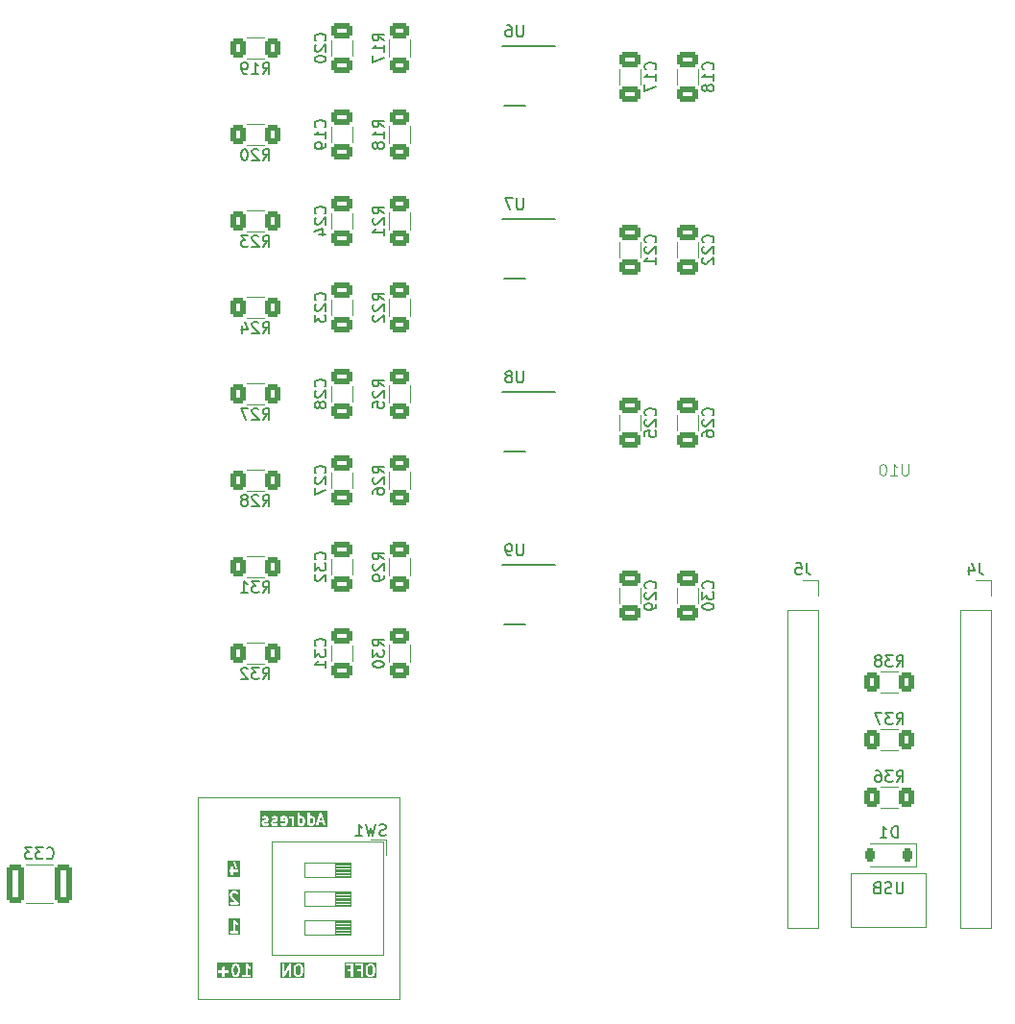
<source format=gbr>
%TF.GenerationSoftware,KiCad,Pcbnew,8.0.4-8.0.4-0~ubuntu22.04.1*%
%TF.CreationDate,2024-08-03T22:10:31+03:00*%
%TF.ProjectId,PM-DI16-DC24sink,504d2d44-4931-4362-9d44-43323473696e,rev?*%
%TF.SameCoordinates,Original*%
%TF.FileFunction,Legend,Bot*%
%TF.FilePolarity,Positive*%
%FSLAX46Y46*%
G04 Gerber Fmt 4.6, Leading zero omitted, Abs format (unit mm)*
G04 Created by KiCad (PCBNEW 8.0.4-8.0.4-0~ubuntu22.04.1) date 2024-08-03 22:10:31*
%MOMM*%
%LPD*%
G01*
G04 APERTURE LIST*
G04 Aperture macros list*
%AMRoundRect*
0 Rectangle with rounded corners*
0 $1 Rounding radius*
0 $2 $3 $4 $5 $6 $7 $8 $9 X,Y pos of 4 corners*
0 Add a 4 corners polygon primitive as box body*
4,1,4,$2,$3,$4,$5,$6,$7,$8,$9,$2,$3,0*
0 Add four circle primitives for the rounded corners*
1,1,$1+$1,$2,$3*
1,1,$1+$1,$4,$5*
1,1,$1+$1,$6,$7*
1,1,$1+$1,$8,$9*
0 Add four rect primitives between the rounded corners*
20,1,$1+$1,$2,$3,$4,$5,0*
20,1,$1+$1,$4,$5,$6,$7,0*
20,1,$1+$1,$6,$7,$8,$9,0*
20,1,$1+$1,$8,$9,$2,$3,0*%
G04 Aperture macros list end*
%ADD10C,0.100000*%
%ADD11C,0.200000*%
%ADD12C,0.150000*%
%ADD13C,0.120000*%
%ADD14R,1.600000X1.600000*%
%ADD15O,1.600000X1.600000*%
%ADD16R,1.700000X1.700000*%
%ADD17O,1.700000X1.700000*%
%ADD18O,6.350000X6.350000*%
%ADD19R,3.500000X3.500000*%
%ADD20C,3.500000*%
%ADD21C,3.200000*%
%ADD22RoundRect,0.250000X0.650000X-0.412500X0.650000X0.412500X-0.650000X0.412500X-0.650000X-0.412500X0*%
%ADD23O,1.649999X0.399999*%
%ADD24RoundRect,0.250000X-0.650000X0.412500X-0.650000X-0.412500X0.650000X-0.412500X0.650000X0.412500X0*%
%ADD25RoundRect,0.250000X-0.625000X0.400000X-0.625000X-0.400000X0.625000X-0.400000X0.625000X0.400000X0*%
%ADD26RoundRect,0.250000X-0.400000X-0.625000X0.400000X-0.625000X0.400000X0.625000X-0.400000X0.625000X0*%
%ADD27RoundRect,0.250000X0.537500X1.450000X-0.537500X1.450000X-0.537500X-1.450000X0.537500X-1.450000X0*%
%ADD28RoundRect,0.250000X0.400000X0.625000X-0.400000X0.625000X-0.400000X-0.625000X0.400000X-0.625000X0*%
%ADD29RoundRect,0.225000X0.225000X0.375000X-0.225000X0.375000X-0.225000X-0.375000X0.225000X-0.375000X0*%
G04 APERTURE END LIST*
D10*
X53340000Y-129540000D02*
X71120000Y-129540000D01*
X71120000Y-147320000D01*
X53340000Y-147320000D01*
X53340000Y-129540000D01*
D11*
G36*
X57038270Y-141633330D02*
G01*
X56047327Y-141633330D01*
X56047327Y-141402710D01*
X56158438Y-141402710D01*
X56158438Y-141441728D01*
X56173370Y-141477776D01*
X56200960Y-141505366D01*
X56237008Y-141520298D01*
X56256517Y-141522219D01*
X56827945Y-141522219D01*
X56847454Y-141520298D01*
X56883502Y-141505366D01*
X56911092Y-141477776D01*
X56926024Y-141441728D01*
X56926024Y-141402710D01*
X56911092Y-141366662D01*
X56883502Y-141339072D01*
X56847454Y-141324140D01*
X56827945Y-141322219D01*
X56642231Y-141322219D01*
X56642231Y-140711260D01*
X56661996Y-140731025D01*
X56669662Y-140737316D01*
X56671395Y-140739314D01*
X56674406Y-140741209D01*
X56677150Y-140743461D01*
X56679587Y-140744470D01*
X56687986Y-140749757D01*
X56783223Y-140797376D01*
X56801532Y-140804382D01*
X56840452Y-140807148D01*
X56877468Y-140794809D01*
X56906945Y-140769244D01*
X56924394Y-140734346D01*
X56927159Y-140695426D01*
X56914821Y-140658410D01*
X56889256Y-140628933D01*
X56872666Y-140618490D01*
X56791944Y-140578129D01*
X56715180Y-140501365D01*
X56625436Y-140366749D01*
X56625391Y-140366694D01*
X56625378Y-140366662D01*
X56625304Y-140366588D01*
X56613016Y-140351582D01*
X56604787Y-140346071D01*
X56597788Y-140339072D01*
X56588736Y-140335322D01*
X56580596Y-140329871D01*
X56570888Y-140327929D01*
X56561740Y-140324140D01*
X56551941Y-140324140D01*
X56542336Y-140322219D01*
X56532625Y-140324140D01*
X56522722Y-140324140D01*
X56513669Y-140327889D01*
X56504059Y-140329791D01*
X56495820Y-140335283D01*
X56486674Y-140339072D01*
X56479747Y-140345998D01*
X56471594Y-140351434D01*
X56466083Y-140359662D01*
X56459084Y-140366662D01*
X56455334Y-140375713D01*
X56449883Y-140383854D01*
X56447941Y-140393561D01*
X56444152Y-140402710D01*
X56442251Y-140422012D01*
X56442231Y-140422114D01*
X56442237Y-140422148D01*
X56442231Y-140422219D01*
X56442231Y-141322219D01*
X56256517Y-141322219D01*
X56237008Y-141324140D01*
X56200960Y-141339072D01*
X56173370Y-141366662D01*
X56158438Y-141402710D01*
X56047327Y-141402710D01*
X56047327Y-140211108D01*
X57038270Y-140211108D01*
X57038270Y-141633330D01*
G37*
G36*
X62340851Y-144412023D02*
G01*
X62405030Y-144476202D01*
X62442945Y-144627861D01*
X62442945Y-144936575D01*
X62405029Y-145088235D01*
X62340853Y-145152413D01*
X62281243Y-145182219D01*
X62137981Y-145182219D01*
X62078371Y-145152414D01*
X62014194Y-145088236D01*
X61976279Y-144936575D01*
X61976279Y-144627862D01*
X62014194Y-144476202D01*
X62078373Y-144412023D01*
X62137981Y-144382219D01*
X62281243Y-144382219D01*
X62340851Y-144412023D01*
G37*
G36*
X62754056Y-145493330D02*
G01*
X60665168Y-145493330D01*
X60665168Y-144282219D01*
X60776279Y-144282219D01*
X60776279Y-145282219D01*
X60776773Y-145287236D01*
X60776523Y-145289204D01*
X60777217Y-145291750D01*
X60778200Y-145301728D01*
X60783291Y-145314018D01*
X60786790Y-145326847D01*
X60790692Y-145331885D01*
X60793132Y-145337776D01*
X60802537Y-145347181D01*
X60810680Y-145357696D01*
X60816214Y-145360858D01*
X60820722Y-145365366D01*
X60833007Y-145370454D01*
X60844557Y-145377055D01*
X60850881Y-145377858D01*
X60856770Y-145380298D01*
X60870071Y-145380298D01*
X60883264Y-145381975D01*
X60889413Y-145380298D01*
X60895788Y-145380298D01*
X60908078Y-145375206D01*
X60920907Y-145371708D01*
X60925945Y-145367805D01*
X60931836Y-145365366D01*
X60941241Y-145355960D01*
X60951756Y-145347818D01*
X60957559Y-145339642D01*
X60959426Y-145337776D01*
X60960184Y-145335943D01*
X60963103Y-145331833D01*
X61347707Y-144658775D01*
X61347707Y-145282219D01*
X61349628Y-145301728D01*
X61364560Y-145337776D01*
X61392150Y-145365366D01*
X61428198Y-145380298D01*
X61467216Y-145380298D01*
X61503264Y-145365366D01*
X61530854Y-145337776D01*
X61545786Y-145301728D01*
X61547707Y-145282219D01*
X61547707Y-144615552D01*
X61776279Y-144615552D01*
X61776279Y-144948885D01*
X61776614Y-144952287D01*
X61776397Y-144953746D01*
X61777476Y-144961043D01*
X61778200Y-144968394D01*
X61778764Y-144969757D01*
X61779265Y-144973139D01*
X61826884Y-145163614D01*
X61833479Y-145182075D01*
X61837904Y-145188047D01*
X61840750Y-145194918D01*
X61853187Y-145210071D01*
X61948425Y-145305311D01*
X61956093Y-145311604D01*
X61957824Y-145313600D01*
X61960831Y-145315493D01*
X61963578Y-145317747D01*
X61966018Y-145318757D01*
X61974415Y-145324043D01*
X62069652Y-145371662D01*
X62087961Y-145378668D01*
X62091544Y-145378922D01*
X62094865Y-145380298D01*
X62114374Y-145382219D01*
X62304850Y-145382219D01*
X62324359Y-145380298D01*
X62327679Y-145378922D01*
X62331263Y-145378668D01*
X62349571Y-145371662D01*
X62444809Y-145324043D01*
X62453204Y-145318758D01*
X62455646Y-145317747D01*
X62458393Y-145315491D01*
X62461399Y-145313600D01*
X62463129Y-145311605D01*
X62470799Y-145305310D01*
X62566037Y-145210071D01*
X62578474Y-145194918D01*
X62581319Y-145188047D01*
X62585745Y-145182075D01*
X62592340Y-145163615D01*
X62639959Y-144973139D01*
X62640459Y-144969757D01*
X62641024Y-144968394D01*
X62641747Y-144961043D01*
X62642827Y-144953746D01*
X62642609Y-144952287D01*
X62642945Y-144948885D01*
X62642945Y-144615552D01*
X62642609Y-144612149D01*
X62642827Y-144610691D01*
X62641747Y-144603393D01*
X62641024Y-144596043D01*
X62640459Y-144594679D01*
X62639959Y-144591298D01*
X62592340Y-144400822D01*
X62585745Y-144382362D01*
X62581318Y-144376387D01*
X62578473Y-144369519D01*
X62566037Y-144354365D01*
X62470799Y-144259127D01*
X62463128Y-144252832D01*
X62461399Y-144250838D01*
X62458391Y-144248944D01*
X62455645Y-144246691D01*
X62453205Y-144245680D01*
X62444809Y-144240395D01*
X62349571Y-144192776D01*
X62331263Y-144185770D01*
X62327679Y-144185515D01*
X62324359Y-144184140D01*
X62304850Y-144182219D01*
X62114374Y-144182219D01*
X62094865Y-144184140D01*
X62091544Y-144185515D01*
X62087961Y-144185770D01*
X62069652Y-144192776D01*
X61974415Y-144240395D01*
X61966016Y-144245681D01*
X61963579Y-144246691D01*
X61960835Y-144248942D01*
X61957824Y-144250838D01*
X61956091Y-144252835D01*
X61948425Y-144259127D01*
X61853187Y-144354365D01*
X61840751Y-144369519D01*
X61837905Y-144376387D01*
X61833479Y-144382362D01*
X61826884Y-144400823D01*
X61779265Y-144591298D01*
X61778764Y-144594679D01*
X61778200Y-144596043D01*
X61777476Y-144603393D01*
X61776397Y-144610691D01*
X61776614Y-144612149D01*
X61776279Y-144615552D01*
X61547707Y-144615552D01*
X61547707Y-144282219D01*
X61547212Y-144277201D01*
X61547463Y-144275234D01*
X61546768Y-144272687D01*
X61545786Y-144262710D01*
X61540696Y-144250423D01*
X61537197Y-144237591D01*
X61533292Y-144232549D01*
X61530854Y-144226662D01*
X61521450Y-144217258D01*
X61513306Y-144206742D01*
X61507771Y-144203579D01*
X61503264Y-144199072D01*
X61490978Y-144193983D01*
X61479429Y-144187383D01*
X61473104Y-144186579D01*
X61467216Y-144184140D01*
X61453916Y-144184140D01*
X61440723Y-144182463D01*
X61434574Y-144184140D01*
X61428198Y-144184140D01*
X61415911Y-144189229D01*
X61403079Y-144192729D01*
X61398037Y-144196633D01*
X61392150Y-144199072D01*
X61382746Y-144208475D01*
X61372230Y-144216620D01*
X61366426Y-144224795D01*
X61364560Y-144226662D01*
X61363801Y-144228494D01*
X61360883Y-144232605D01*
X60976279Y-144905662D01*
X60976279Y-144282219D01*
X60974358Y-144262710D01*
X60959426Y-144226662D01*
X60931836Y-144199072D01*
X60895788Y-144184140D01*
X60856770Y-144184140D01*
X60820722Y-144199072D01*
X60793132Y-144226662D01*
X60778200Y-144262710D01*
X60776279Y-144282219D01*
X60665168Y-144282219D01*
X60665168Y-144071108D01*
X62754056Y-144071108D01*
X62754056Y-145493330D01*
G37*
G36*
X68690851Y-144412023D02*
G01*
X68755030Y-144476202D01*
X68792945Y-144627861D01*
X68792945Y-144936575D01*
X68755029Y-145088235D01*
X68690853Y-145152413D01*
X68631243Y-145182219D01*
X68487981Y-145182219D01*
X68428371Y-145152414D01*
X68364194Y-145088236D01*
X68326279Y-144936575D01*
X68326279Y-144627862D01*
X68364194Y-144476202D01*
X68428373Y-144412023D01*
X68487981Y-144382219D01*
X68631243Y-144382219D01*
X68690851Y-144412023D01*
G37*
G36*
X69104056Y-145493330D02*
G01*
X66255184Y-145493330D01*
X66255184Y-144262710D01*
X66366295Y-144262710D01*
X66366295Y-144301728D01*
X66381227Y-144337776D01*
X66408817Y-144365366D01*
X66444865Y-144380298D01*
X66464374Y-144382219D01*
X66840564Y-144382219D01*
X66840564Y-144658409D01*
X66607231Y-144658409D01*
X66587722Y-144660330D01*
X66551674Y-144675262D01*
X66524084Y-144702852D01*
X66509152Y-144738900D01*
X66509152Y-144777918D01*
X66524084Y-144813966D01*
X66551674Y-144841556D01*
X66587722Y-144856488D01*
X66607231Y-144858409D01*
X66840564Y-144858409D01*
X66840564Y-145282219D01*
X66842485Y-145301728D01*
X66857417Y-145337776D01*
X66885007Y-145365366D01*
X66921055Y-145380298D01*
X66960073Y-145380298D01*
X66996121Y-145365366D01*
X67023711Y-145337776D01*
X67038643Y-145301728D01*
X67040564Y-145282219D01*
X67040564Y-144282219D01*
X67038643Y-144262710D01*
X67223438Y-144262710D01*
X67223438Y-144301728D01*
X67238370Y-144337776D01*
X67265960Y-144365366D01*
X67302008Y-144380298D01*
X67321517Y-144382219D01*
X67697707Y-144382219D01*
X67697707Y-144658409D01*
X67464374Y-144658409D01*
X67444865Y-144660330D01*
X67408817Y-144675262D01*
X67381227Y-144702852D01*
X67366295Y-144738900D01*
X67366295Y-144777918D01*
X67381227Y-144813966D01*
X67408817Y-144841556D01*
X67444865Y-144856488D01*
X67464374Y-144858409D01*
X67697707Y-144858409D01*
X67697707Y-145282219D01*
X67699628Y-145301728D01*
X67714560Y-145337776D01*
X67742150Y-145365366D01*
X67778198Y-145380298D01*
X67817216Y-145380298D01*
X67853264Y-145365366D01*
X67880854Y-145337776D01*
X67895786Y-145301728D01*
X67897707Y-145282219D01*
X67897707Y-144615552D01*
X68126279Y-144615552D01*
X68126279Y-144948885D01*
X68126614Y-144952287D01*
X68126397Y-144953746D01*
X68127476Y-144961043D01*
X68128200Y-144968394D01*
X68128764Y-144969757D01*
X68129265Y-144973139D01*
X68176884Y-145163614D01*
X68183479Y-145182075D01*
X68187904Y-145188047D01*
X68190750Y-145194918D01*
X68203187Y-145210071D01*
X68298425Y-145305311D01*
X68306093Y-145311604D01*
X68307824Y-145313600D01*
X68310831Y-145315493D01*
X68313578Y-145317747D01*
X68316018Y-145318757D01*
X68324415Y-145324043D01*
X68419652Y-145371662D01*
X68437961Y-145378668D01*
X68441544Y-145378922D01*
X68444865Y-145380298D01*
X68464374Y-145382219D01*
X68654850Y-145382219D01*
X68674359Y-145380298D01*
X68677679Y-145378922D01*
X68681263Y-145378668D01*
X68699571Y-145371662D01*
X68794809Y-145324043D01*
X68803204Y-145318758D01*
X68805646Y-145317747D01*
X68808393Y-145315491D01*
X68811399Y-145313600D01*
X68813129Y-145311605D01*
X68820799Y-145305310D01*
X68916037Y-145210071D01*
X68928474Y-145194918D01*
X68931319Y-145188047D01*
X68935745Y-145182075D01*
X68942340Y-145163615D01*
X68989959Y-144973139D01*
X68990459Y-144969757D01*
X68991024Y-144968394D01*
X68991747Y-144961043D01*
X68992827Y-144953746D01*
X68992609Y-144952287D01*
X68992945Y-144948885D01*
X68992945Y-144615552D01*
X68992609Y-144612149D01*
X68992827Y-144610691D01*
X68991747Y-144603393D01*
X68991024Y-144596043D01*
X68990459Y-144594679D01*
X68989959Y-144591298D01*
X68942340Y-144400822D01*
X68935745Y-144382362D01*
X68931318Y-144376387D01*
X68928473Y-144369519D01*
X68916037Y-144354365D01*
X68820799Y-144259127D01*
X68813128Y-144252832D01*
X68811399Y-144250838D01*
X68808391Y-144248944D01*
X68805645Y-144246691D01*
X68803205Y-144245680D01*
X68794809Y-144240395D01*
X68699571Y-144192776D01*
X68681263Y-144185770D01*
X68677679Y-144185515D01*
X68674359Y-144184140D01*
X68654850Y-144182219D01*
X68464374Y-144182219D01*
X68444865Y-144184140D01*
X68441544Y-144185515D01*
X68437961Y-144185770D01*
X68419652Y-144192776D01*
X68324415Y-144240395D01*
X68316016Y-144245681D01*
X68313579Y-144246691D01*
X68310835Y-144248942D01*
X68307824Y-144250838D01*
X68306091Y-144252835D01*
X68298425Y-144259127D01*
X68203187Y-144354365D01*
X68190751Y-144369519D01*
X68187905Y-144376387D01*
X68183479Y-144382362D01*
X68176884Y-144400823D01*
X68129265Y-144591298D01*
X68128764Y-144594679D01*
X68128200Y-144596043D01*
X68127476Y-144603393D01*
X68126397Y-144610691D01*
X68126614Y-144612149D01*
X68126279Y-144615552D01*
X67897707Y-144615552D01*
X67897707Y-144282219D01*
X67895786Y-144262710D01*
X67880854Y-144226662D01*
X67853264Y-144199072D01*
X67817216Y-144184140D01*
X67797707Y-144182219D01*
X67321517Y-144182219D01*
X67302008Y-144184140D01*
X67265960Y-144199072D01*
X67238370Y-144226662D01*
X67223438Y-144262710D01*
X67038643Y-144262710D01*
X67023711Y-144226662D01*
X66996121Y-144199072D01*
X66960073Y-144184140D01*
X66940564Y-144182219D01*
X66464374Y-144182219D01*
X66444865Y-144184140D01*
X66408817Y-144199072D01*
X66381227Y-144226662D01*
X66366295Y-144262710D01*
X66255184Y-144262710D01*
X66255184Y-144071108D01*
X69104056Y-144071108D01*
X69104056Y-145493330D01*
G37*
G36*
X61040075Y-131402707D02*
G01*
X61062230Y-131447016D01*
X61062230Y-131491904D01*
X60790744Y-131437607D01*
X60808195Y-131402706D01*
X60852504Y-131380552D01*
X60995766Y-131380552D01*
X61040075Y-131402707D01*
G37*
G36*
X62531566Y-131410357D02*
G01*
X62556235Y-131435025D01*
X62586040Y-131494635D01*
X62586040Y-131733135D01*
X62556235Y-131792743D01*
X62531566Y-131817413D01*
X62471957Y-131847219D01*
X62328695Y-131847219D01*
X62309850Y-131837796D01*
X62309850Y-131389974D01*
X62328695Y-131380552D01*
X62471957Y-131380552D01*
X62531566Y-131410357D01*
G37*
G36*
X63436328Y-131410357D02*
G01*
X63460997Y-131435025D01*
X63490802Y-131494635D01*
X63490802Y-131733135D01*
X63460997Y-131792743D01*
X63436328Y-131817413D01*
X63376719Y-131847219D01*
X63233457Y-131847219D01*
X63214612Y-131837796D01*
X63214612Y-131389974D01*
X63233457Y-131380552D01*
X63376719Y-131380552D01*
X63436328Y-131410357D01*
G37*
G36*
X64309203Y-131561504D02*
G01*
X64110498Y-131561504D01*
X64209850Y-131263446D01*
X64309203Y-131561504D01*
G37*
G36*
X64753509Y-132158330D02*
G01*
X58855881Y-132158330D01*
X58855881Y-131756742D01*
X58966992Y-131756742D01*
X58966992Y-131804361D01*
X58968913Y-131823870D01*
X58970288Y-131827190D01*
X58970543Y-131830773D01*
X58977549Y-131849082D01*
X59025168Y-131944321D01*
X59027221Y-131947584D01*
X59027735Y-131949123D01*
X59029397Y-131951039D01*
X59035611Y-131960911D01*
X59045082Y-131969125D01*
X59053299Y-131978600D01*
X59063169Y-131984812D01*
X59065087Y-131986476D01*
X59066627Y-131986989D01*
X59069890Y-131989043D01*
X59165127Y-132036662D01*
X59183436Y-132043668D01*
X59187019Y-132043922D01*
X59190340Y-132045298D01*
X59209849Y-132047219D01*
X59400325Y-132047219D01*
X59419834Y-132045298D01*
X59423154Y-132043922D01*
X59426738Y-132043668D01*
X59445046Y-132036662D01*
X59540284Y-131989043D01*
X59556874Y-131978600D01*
X59582439Y-131949123D01*
X59594777Y-131912107D01*
X59592012Y-131873187D01*
X59574563Y-131838289D01*
X59545086Y-131812724D01*
X59508070Y-131800385D01*
X59469150Y-131803151D01*
X59450841Y-131810157D01*
X59376718Y-131847219D01*
X59233456Y-131847219D01*
X59189146Y-131825064D01*
X59166992Y-131780754D01*
X59166992Y-131780349D01*
X59178796Y-131756742D01*
X59776516Y-131756742D01*
X59776516Y-131804361D01*
X59778437Y-131823870D01*
X59779812Y-131827190D01*
X59780067Y-131830773D01*
X59787073Y-131849082D01*
X59834692Y-131944321D01*
X59836745Y-131947584D01*
X59837259Y-131949123D01*
X59838921Y-131951039D01*
X59845135Y-131960911D01*
X59854606Y-131969125D01*
X59862823Y-131978600D01*
X59872693Y-131984812D01*
X59874611Y-131986476D01*
X59876151Y-131986989D01*
X59879414Y-131989043D01*
X59974651Y-132036662D01*
X59992960Y-132043668D01*
X59996543Y-132043922D01*
X59999864Y-132045298D01*
X60019373Y-132047219D01*
X60209849Y-132047219D01*
X60229358Y-132045298D01*
X60232678Y-132043922D01*
X60236262Y-132043668D01*
X60254570Y-132036662D01*
X60349808Y-131989043D01*
X60366398Y-131978600D01*
X60391963Y-131949123D01*
X60404301Y-131912107D01*
X60401536Y-131873187D01*
X60384087Y-131838289D01*
X60354610Y-131812724D01*
X60317594Y-131800385D01*
X60278674Y-131803151D01*
X60260365Y-131810157D01*
X60186242Y-131847219D01*
X60042980Y-131847219D01*
X59998670Y-131825064D01*
X59976516Y-131780754D01*
X59976516Y-131780349D01*
X59998671Y-131736039D01*
X60042980Y-131713885D01*
X60162230Y-131713885D01*
X60181739Y-131711964D01*
X60185059Y-131710588D01*
X60188643Y-131710334D01*
X60206951Y-131703328D01*
X60302189Y-131655709D01*
X60305452Y-131653655D01*
X60306991Y-131653142D01*
X60308907Y-131651479D01*
X60318779Y-131645266D01*
X60326992Y-131635795D01*
X60336468Y-131627578D01*
X60342682Y-131617704D01*
X60344344Y-131615789D01*
X60344856Y-131614250D01*
X60346911Y-131610987D01*
X60394530Y-131515750D01*
X60401536Y-131497441D01*
X60401790Y-131493857D01*
X60403166Y-131490537D01*
X60405087Y-131471028D01*
X60405087Y-131423409D01*
X60586040Y-131423409D01*
X60586040Y-131518647D01*
X60587961Y-131538156D01*
X60591710Y-131547208D01*
X60593612Y-131556819D01*
X60599103Y-131565055D01*
X60602893Y-131574204D01*
X60609819Y-131581130D01*
X60615255Y-131589284D01*
X60623483Y-131594794D01*
X60630483Y-131601794D01*
X60639534Y-131605543D01*
X60647675Y-131610995D01*
X60666428Y-131616705D01*
X60666529Y-131616725D01*
X60666531Y-131616726D01*
X60666533Y-131616726D01*
X61062230Y-131695865D01*
X61062230Y-131780754D01*
X61040075Y-131825063D01*
X60995766Y-131847219D01*
X60852504Y-131847219D01*
X60778380Y-131810157D01*
X60760072Y-131803151D01*
X60721152Y-131800385D01*
X60684136Y-131812724D01*
X60654659Y-131838288D01*
X60637210Y-131873187D01*
X60634444Y-131912107D01*
X60646783Y-131949123D01*
X60672347Y-131978600D01*
X60688938Y-131989043D01*
X60784175Y-132036662D01*
X60802484Y-132043668D01*
X60806067Y-132043922D01*
X60809388Y-132045298D01*
X60828897Y-132047219D01*
X61019373Y-132047219D01*
X61038882Y-132045298D01*
X61042202Y-132043922D01*
X61045786Y-132043668D01*
X61064094Y-132036662D01*
X61159332Y-131989043D01*
X61162594Y-131986989D01*
X61164134Y-131986476D01*
X61166050Y-131984813D01*
X61175922Y-131978600D01*
X61184137Y-131969126D01*
X61193611Y-131960911D01*
X61199824Y-131951039D01*
X61201487Y-131949123D01*
X61201999Y-131947584D01*
X61204054Y-131944321D01*
X61251673Y-131849082D01*
X61258679Y-131830774D01*
X61258933Y-131827190D01*
X61260309Y-131823870D01*
X61262230Y-131804361D01*
X61262230Y-131423409D01*
X61260309Y-131403900D01*
X61258933Y-131400579D01*
X61258679Y-131396996D01*
X61251673Y-131378687D01*
X61204054Y-131283450D01*
X61201999Y-131280186D01*
X61201487Y-131278648D01*
X61199825Y-131276732D01*
X61193611Y-131266859D01*
X61186905Y-131261043D01*
X61349866Y-131261043D01*
X61349866Y-131300061D01*
X61364798Y-131336109D01*
X61392388Y-131363699D01*
X61428436Y-131378631D01*
X61447945Y-131380552D01*
X61519576Y-131380552D01*
X61579185Y-131410357D01*
X61603854Y-131435025D01*
X61633659Y-131494635D01*
X61633659Y-131947219D01*
X61635580Y-131966728D01*
X61650512Y-132002776D01*
X61678102Y-132030366D01*
X61714150Y-132045298D01*
X61753168Y-132045298D01*
X61789216Y-132030366D01*
X61816806Y-132002776D01*
X61831738Y-131966728D01*
X61833659Y-131947219D01*
X61833659Y-131280552D01*
X61831738Y-131261043D01*
X61816806Y-131224995D01*
X61789216Y-131197405D01*
X61753168Y-131182473D01*
X61714150Y-131182473D01*
X61678102Y-131197405D01*
X61652233Y-131223273D01*
X61587904Y-131191109D01*
X61569596Y-131184103D01*
X61566012Y-131183848D01*
X61562692Y-131182473D01*
X61543183Y-131180552D01*
X61447945Y-131180552D01*
X61428436Y-131182473D01*
X61392388Y-131197405D01*
X61364798Y-131224995D01*
X61349866Y-131261043D01*
X61186905Y-131261043D01*
X61184135Y-131258641D01*
X61175922Y-131249171D01*
X61166050Y-131242957D01*
X61164134Y-131241295D01*
X61162595Y-131240781D01*
X61159332Y-131238728D01*
X61064094Y-131191109D01*
X61045786Y-131184103D01*
X61042202Y-131183848D01*
X61038882Y-131182473D01*
X61019373Y-131180552D01*
X60828897Y-131180552D01*
X60809388Y-131182473D01*
X60806067Y-131183848D01*
X60802484Y-131184103D01*
X60784175Y-131191109D01*
X60688938Y-131238728D01*
X60685674Y-131240782D01*
X60684136Y-131241295D01*
X60682220Y-131242956D01*
X60672347Y-131249171D01*
X60664129Y-131258646D01*
X60654659Y-131266860D01*
X60648445Y-131276731D01*
X60646783Y-131278648D01*
X60646269Y-131280186D01*
X60644216Y-131283450D01*
X60596597Y-131378688D01*
X60589591Y-131396996D01*
X60589336Y-131400579D01*
X60587961Y-131403900D01*
X60586040Y-131423409D01*
X60405087Y-131423409D01*
X60403166Y-131403900D01*
X60401790Y-131400579D01*
X60401536Y-131396996D01*
X60394530Y-131378687D01*
X60346911Y-131283450D01*
X60344856Y-131280186D01*
X60344344Y-131278648D01*
X60342682Y-131276732D01*
X60336468Y-131266859D01*
X60326992Y-131258641D01*
X60318779Y-131249171D01*
X60308907Y-131242957D01*
X60306991Y-131241295D01*
X60305452Y-131240781D01*
X60302189Y-131238728D01*
X60206951Y-131191109D01*
X60188643Y-131184103D01*
X60185059Y-131183848D01*
X60181739Y-131182473D01*
X60162230Y-131180552D01*
X60019373Y-131180552D01*
X59999864Y-131182473D01*
X59996543Y-131183848D01*
X59992960Y-131184103D01*
X59974651Y-131191109D01*
X59879414Y-131238728D01*
X59862823Y-131249171D01*
X59837259Y-131278648D01*
X59824920Y-131315664D01*
X59827686Y-131354584D01*
X59845135Y-131389483D01*
X59874612Y-131415047D01*
X59911628Y-131427386D01*
X59950548Y-131424620D01*
X59968856Y-131417614D01*
X60042980Y-131380552D01*
X60138623Y-131380552D01*
X60182932Y-131402707D01*
X60205087Y-131447016D01*
X60205087Y-131447421D01*
X60182932Y-131491729D01*
X60138623Y-131513885D01*
X60019373Y-131513885D01*
X59999864Y-131515806D01*
X59996543Y-131517181D01*
X59992960Y-131517436D01*
X59974651Y-131524442D01*
X59879414Y-131572061D01*
X59876150Y-131574115D01*
X59874612Y-131574628D01*
X59872696Y-131576289D01*
X59862823Y-131582504D01*
X59854605Y-131591979D01*
X59845135Y-131600193D01*
X59838921Y-131610064D01*
X59837259Y-131611981D01*
X59836745Y-131613519D01*
X59834692Y-131616783D01*
X59787073Y-131712021D01*
X59780067Y-131730329D01*
X59779812Y-131733912D01*
X59778437Y-131737233D01*
X59776516Y-131756742D01*
X59178796Y-131756742D01*
X59189147Y-131736039D01*
X59233456Y-131713885D01*
X59352706Y-131713885D01*
X59372215Y-131711964D01*
X59375535Y-131710588D01*
X59379119Y-131710334D01*
X59397427Y-131703328D01*
X59492665Y-131655709D01*
X59495928Y-131653655D01*
X59497467Y-131653142D01*
X59499383Y-131651479D01*
X59509255Y-131645266D01*
X59517468Y-131635795D01*
X59526944Y-131627578D01*
X59533158Y-131617704D01*
X59534820Y-131615789D01*
X59535332Y-131614250D01*
X59537387Y-131610987D01*
X59585006Y-131515750D01*
X59592012Y-131497441D01*
X59592266Y-131493857D01*
X59593642Y-131490537D01*
X59595563Y-131471028D01*
X59595563Y-131423409D01*
X59593642Y-131403900D01*
X59592266Y-131400579D01*
X59592012Y-131396996D01*
X59585006Y-131378687D01*
X59537387Y-131283450D01*
X59535332Y-131280186D01*
X59534820Y-131278648D01*
X59533158Y-131276732D01*
X59526944Y-131266859D01*
X59517468Y-131258641D01*
X59509255Y-131249171D01*
X59499383Y-131242957D01*
X59497467Y-131241295D01*
X59495928Y-131240781D01*
X59492665Y-131238728D01*
X59397427Y-131191109D01*
X59379119Y-131184103D01*
X59375535Y-131183848D01*
X59372215Y-131182473D01*
X59352706Y-131180552D01*
X59209849Y-131180552D01*
X59190340Y-131182473D01*
X59187019Y-131183848D01*
X59183436Y-131184103D01*
X59165127Y-131191109D01*
X59069890Y-131238728D01*
X59053299Y-131249171D01*
X59027735Y-131278648D01*
X59015396Y-131315664D01*
X59018162Y-131354584D01*
X59035611Y-131389483D01*
X59065088Y-131415047D01*
X59102104Y-131427386D01*
X59141024Y-131424620D01*
X59159332Y-131417614D01*
X59233456Y-131380552D01*
X59329099Y-131380552D01*
X59373408Y-131402707D01*
X59395563Y-131447016D01*
X59395563Y-131447421D01*
X59373408Y-131491729D01*
X59329099Y-131513885D01*
X59209849Y-131513885D01*
X59190340Y-131515806D01*
X59187019Y-131517181D01*
X59183436Y-131517436D01*
X59165127Y-131524442D01*
X59069890Y-131572061D01*
X59066626Y-131574115D01*
X59065088Y-131574628D01*
X59063172Y-131576289D01*
X59053299Y-131582504D01*
X59045081Y-131591979D01*
X59035611Y-131600193D01*
X59029397Y-131610064D01*
X59027735Y-131611981D01*
X59027221Y-131613519D01*
X59025168Y-131616783D01*
X58977549Y-131712021D01*
X58970543Y-131730329D01*
X58970288Y-131733912D01*
X58968913Y-131737233D01*
X58966992Y-131756742D01*
X58855881Y-131756742D01*
X58855881Y-130947219D01*
X62109850Y-130947219D01*
X62109850Y-131947219D01*
X62111771Y-131966728D01*
X62126703Y-132002776D01*
X62154293Y-132030366D01*
X62190341Y-132045298D01*
X62229359Y-132045298D01*
X62255763Y-132034360D01*
X62260366Y-132036662D01*
X62278675Y-132043668D01*
X62282258Y-132043922D01*
X62285579Y-132045298D01*
X62305088Y-132047219D01*
X62495564Y-132047219D01*
X62515073Y-132045298D01*
X62518393Y-132043922D01*
X62521977Y-132043668D01*
X62540285Y-132036662D01*
X62635523Y-131989043D01*
X62643918Y-131983758D01*
X62646360Y-131982747D01*
X62649107Y-131980491D01*
X62652113Y-131978600D01*
X62653843Y-131976605D01*
X62661513Y-131970310D01*
X62709132Y-131922690D01*
X62715424Y-131915023D01*
X62717421Y-131913292D01*
X62719314Y-131910284D01*
X62721569Y-131907537D01*
X62722580Y-131905095D01*
X62727864Y-131896701D01*
X62775483Y-131801464D01*
X62782489Y-131783155D01*
X62782743Y-131779571D01*
X62784119Y-131776251D01*
X62786040Y-131756742D01*
X62786040Y-131471028D01*
X62784119Y-131451519D01*
X62782743Y-131448198D01*
X62782489Y-131444615D01*
X62775483Y-131426306D01*
X62727864Y-131331069D01*
X62722578Y-131322672D01*
X62721568Y-131320232D01*
X62719314Y-131317486D01*
X62717421Y-131314478D01*
X62715423Y-131312745D01*
X62709131Y-131305079D01*
X62661513Y-131257460D01*
X62653842Y-131251165D01*
X62652113Y-131249171D01*
X62649105Y-131247277D01*
X62646359Y-131245024D01*
X62643919Y-131244013D01*
X62635523Y-131238728D01*
X62540285Y-131191109D01*
X62521977Y-131184103D01*
X62518393Y-131183848D01*
X62515073Y-131182473D01*
X62495564Y-131180552D01*
X62309850Y-131180552D01*
X62309850Y-130947219D01*
X63014612Y-130947219D01*
X63014612Y-131947219D01*
X63016533Y-131966728D01*
X63031465Y-132002776D01*
X63059055Y-132030366D01*
X63095103Y-132045298D01*
X63134121Y-132045298D01*
X63160525Y-132034360D01*
X63165128Y-132036662D01*
X63183437Y-132043668D01*
X63187020Y-132043922D01*
X63190341Y-132045298D01*
X63209850Y-132047219D01*
X63400326Y-132047219D01*
X63419835Y-132045298D01*
X63423155Y-132043922D01*
X63426739Y-132043668D01*
X63445047Y-132036662D01*
X63540285Y-131989043D01*
X63548680Y-131983758D01*
X63551122Y-131982747D01*
X63553869Y-131980491D01*
X63556875Y-131978600D01*
X63558605Y-131976605D01*
X63566275Y-131970310D01*
X63601872Y-131934712D01*
X63777302Y-131934712D01*
X63780068Y-131973632D01*
X63797518Y-132008531D01*
X63826994Y-132034096D01*
X63864010Y-132046434D01*
X63902930Y-132043668D01*
X63937829Y-132026218D01*
X63963394Y-131996742D01*
X63971385Y-131978842D01*
X64043831Y-131761504D01*
X64375869Y-131761504D01*
X64448315Y-131978841D01*
X64456306Y-131996742D01*
X64481871Y-132026218D01*
X64516770Y-132043667D01*
X64555690Y-132046434D01*
X64592706Y-132034095D01*
X64622182Y-132008530D01*
X64639632Y-131973631D01*
X64642398Y-131934711D01*
X64638051Y-131915596D01*
X64304718Y-130915596D01*
X64296727Y-130897696D01*
X64292042Y-130892294D01*
X64288849Y-130885908D01*
X64279380Y-130877695D01*
X64271162Y-130868220D01*
X64264770Y-130865023D01*
X64259373Y-130860343D01*
X64247479Y-130856378D01*
X64236263Y-130850770D01*
X64229135Y-130850263D01*
X64222357Y-130848004D01*
X64209852Y-130848893D01*
X64197343Y-130848004D01*
X64190561Y-130850264D01*
X64183437Y-130850771D01*
X64172228Y-130856374D01*
X64160327Y-130860342D01*
X64154926Y-130865025D01*
X64148538Y-130868220D01*
X64140322Y-130877691D01*
X64130851Y-130885907D01*
X64127656Y-130892296D01*
X64122973Y-130897696D01*
X64114982Y-130915597D01*
X63781649Y-131915596D01*
X63777302Y-131934712D01*
X63601872Y-131934712D01*
X63613894Y-131922690D01*
X63620186Y-131915023D01*
X63622183Y-131913292D01*
X63624076Y-131910284D01*
X63626331Y-131907537D01*
X63627342Y-131905095D01*
X63632626Y-131896701D01*
X63680245Y-131801464D01*
X63687251Y-131783155D01*
X63687505Y-131779571D01*
X63688881Y-131776251D01*
X63690802Y-131756742D01*
X63690802Y-131471028D01*
X63688881Y-131451519D01*
X63687505Y-131448198D01*
X63687251Y-131444615D01*
X63680245Y-131426306D01*
X63632626Y-131331069D01*
X63627340Y-131322672D01*
X63626330Y-131320232D01*
X63624076Y-131317486D01*
X63622183Y-131314478D01*
X63620185Y-131312745D01*
X63613893Y-131305079D01*
X63566275Y-131257460D01*
X63558604Y-131251165D01*
X63556875Y-131249171D01*
X63553867Y-131247277D01*
X63551121Y-131245024D01*
X63548681Y-131244013D01*
X63540285Y-131238728D01*
X63445047Y-131191109D01*
X63426739Y-131184103D01*
X63423155Y-131183848D01*
X63419835Y-131182473D01*
X63400326Y-131180552D01*
X63214612Y-131180552D01*
X63214612Y-130947219D01*
X63212691Y-130927710D01*
X63197759Y-130891662D01*
X63170169Y-130864072D01*
X63134121Y-130849140D01*
X63095103Y-130849140D01*
X63059055Y-130864072D01*
X63031465Y-130891662D01*
X63016533Y-130927710D01*
X63014612Y-130947219D01*
X62309850Y-130947219D01*
X62307929Y-130927710D01*
X62292997Y-130891662D01*
X62265407Y-130864072D01*
X62229359Y-130849140D01*
X62190341Y-130849140D01*
X62154293Y-130864072D01*
X62126703Y-130891662D01*
X62111771Y-130927710D01*
X62109850Y-130947219D01*
X58855881Y-130947219D01*
X58855881Y-130736893D01*
X64753509Y-130736893D01*
X64753509Y-132158330D01*
G37*
G36*
X57038271Y-136551409D02*
G01*
X55999708Y-136551409D01*
X55999708Y-135989376D01*
X56110819Y-135989376D01*
X56110819Y-136028394D01*
X56125751Y-136064442D01*
X56153341Y-136092032D01*
X56189389Y-136106964D01*
X56208898Y-136108885D01*
X56251755Y-136108885D01*
X56251755Y-136342219D01*
X56253676Y-136361728D01*
X56268608Y-136397776D01*
X56296198Y-136425366D01*
X56332246Y-136440298D01*
X56371264Y-136440298D01*
X56407312Y-136425366D01*
X56434902Y-136397776D01*
X56449834Y-136361728D01*
X56451755Y-136342219D01*
X56451755Y-136108885D01*
X56827945Y-136108885D01*
X56837818Y-136107912D01*
X56840452Y-136108100D01*
X56842353Y-136107466D01*
X56847454Y-136106964D01*
X56862266Y-136100828D01*
X56877468Y-136095761D01*
X56880181Y-136093407D01*
X56883502Y-136092032D01*
X56894840Y-136080693D01*
X56906944Y-136070196D01*
X56908550Y-136066983D01*
X56911092Y-136064442D01*
X56917228Y-136049627D01*
X56924394Y-136035297D01*
X56924648Y-136031714D01*
X56926024Y-136028394D01*
X56926024Y-136012361D01*
X56927160Y-135996377D01*
X56926024Y-135991381D01*
X56926024Y-135989376D01*
X56925012Y-135986934D01*
X56922813Y-135977262D01*
X56684718Y-135262977D01*
X56676727Y-135245077D01*
X56651162Y-135215601D01*
X56616263Y-135198151D01*
X56577343Y-135195385D01*
X56540327Y-135207723D01*
X56510851Y-135233288D01*
X56493401Y-135268187D01*
X56490635Y-135307107D01*
X56494982Y-135326223D01*
X56689203Y-135908885D01*
X56451755Y-135908885D01*
X56451755Y-135675552D01*
X56449834Y-135656043D01*
X56434902Y-135619995D01*
X56407312Y-135592405D01*
X56371264Y-135577473D01*
X56332246Y-135577473D01*
X56296198Y-135592405D01*
X56268608Y-135619995D01*
X56253676Y-135656043D01*
X56251755Y-135675552D01*
X56251755Y-135908885D01*
X56208898Y-135908885D01*
X56189389Y-135910806D01*
X56153341Y-135925738D01*
X56125751Y-135953328D01*
X56110819Y-135989376D01*
X55999708Y-135989376D01*
X55999708Y-135084274D01*
X57038271Y-135084274D01*
X57038271Y-136551409D01*
G37*
G36*
X56768709Y-144412024D02*
G01*
X56793378Y-144436692D01*
X56828831Y-144507599D01*
X56870802Y-144675480D01*
X56870802Y-144888956D01*
X56828831Y-145056837D01*
X56793378Y-145127743D01*
X56768709Y-145152413D01*
X56709100Y-145182219D01*
X56661076Y-145182219D01*
X56601466Y-145152414D01*
X56576799Y-145127746D01*
X56541344Y-145056837D01*
X56499374Y-144888956D01*
X56499374Y-144675481D01*
X56541344Y-144507599D01*
X56576798Y-144436692D01*
X56601466Y-144412023D01*
X56661076Y-144382219D01*
X56709100Y-144382219D01*
X56768709Y-144412024D01*
G37*
G36*
X58133508Y-145493330D02*
G01*
X54999708Y-145493330D01*
X54999708Y-144881757D01*
X55110819Y-144881757D01*
X55110819Y-144920775D01*
X55125751Y-144956823D01*
X55153341Y-144984413D01*
X55189389Y-144999345D01*
X55208898Y-145001266D01*
X55489850Y-145001266D01*
X55489850Y-145282219D01*
X55491771Y-145301728D01*
X55506703Y-145337776D01*
X55534293Y-145365366D01*
X55570341Y-145380298D01*
X55609359Y-145380298D01*
X55645407Y-145365366D01*
X55672997Y-145337776D01*
X55687929Y-145301728D01*
X55689850Y-145282219D01*
X55689850Y-145001266D01*
X55970802Y-145001266D01*
X55990311Y-144999345D01*
X56026359Y-144984413D01*
X56053949Y-144956823D01*
X56068881Y-144920775D01*
X56068881Y-144881757D01*
X56053949Y-144845709D01*
X56026359Y-144818119D01*
X55990311Y-144803187D01*
X55970802Y-144801266D01*
X55689850Y-144801266D01*
X55689850Y-144663171D01*
X56299374Y-144663171D01*
X56299374Y-144901266D01*
X56299709Y-144904668D01*
X56299492Y-144906127D01*
X56300571Y-144913424D01*
X56301295Y-144920775D01*
X56301859Y-144922138D01*
X56302360Y-144925520D01*
X56349979Y-145115995D01*
X56350492Y-145117432D01*
X56350544Y-145118155D01*
X56353652Y-145126279D01*
X56356574Y-145134456D01*
X56357004Y-145135036D01*
X56357550Y-145136463D01*
X56405169Y-145231701D01*
X56410452Y-145240093D01*
X56411464Y-145242537D01*
X56413720Y-145245286D01*
X56415612Y-145248291D01*
X56417606Y-145250020D01*
X56423901Y-145257690D01*
X56471519Y-145305310D01*
X56479187Y-145311603D01*
X56480919Y-145313600D01*
X56483927Y-145315493D01*
X56486673Y-145317747D01*
X56489113Y-145318757D01*
X56497510Y-145324043D01*
X56592747Y-145371662D01*
X56611056Y-145378668D01*
X56614639Y-145378922D01*
X56617960Y-145380298D01*
X56637469Y-145382219D01*
X56732707Y-145382219D01*
X56752216Y-145380298D01*
X56755536Y-145378922D01*
X56759120Y-145378668D01*
X56777428Y-145371662D01*
X56872666Y-145324043D01*
X56881061Y-145318758D01*
X56883503Y-145317747D01*
X56886250Y-145315491D01*
X56889256Y-145313600D01*
X56890986Y-145311605D01*
X56898656Y-145305310D01*
X56941255Y-145262710D01*
X57253676Y-145262710D01*
X57253676Y-145301728D01*
X57268608Y-145337776D01*
X57296198Y-145365366D01*
X57332246Y-145380298D01*
X57351755Y-145382219D01*
X57923183Y-145382219D01*
X57942692Y-145380298D01*
X57978740Y-145365366D01*
X58006330Y-145337776D01*
X58021262Y-145301728D01*
X58021262Y-145262710D01*
X58006330Y-145226662D01*
X57978740Y-145199072D01*
X57942692Y-145184140D01*
X57923183Y-145182219D01*
X57737469Y-145182219D01*
X57737469Y-144571260D01*
X57757234Y-144591025D01*
X57764900Y-144597316D01*
X57766633Y-144599314D01*
X57769644Y-144601209D01*
X57772388Y-144603461D01*
X57774825Y-144604470D01*
X57783224Y-144609757D01*
X57878461Y-144657376D01*
X57896770Y-144664382D01*
X57935690Y-144667148D01*
X57972706Y-144654809D01*
X58002183Y-144629244D01*
X58019632Y-144594346D01*
X58022397Y-144555426D01*
X58010059Y-144518410D01*
X57984494Y-144488933D01*
X57967904Y-144478490D01*
X57887182Y-144438129D01*
X57810418Y-144361365D01*
X57720674Y-144226749D01*
X57720629Y-144226694D01*
X57720616Y-144226662D01*
X57720542Y-144226588D01*
X57708254Y-144211582D01*
X57700025Y-144206071D01*
X57693026Y-144199072D01*
X57683974Y-144195322D01*
X57675834Y-144189871D01*
X57666126Y-144187929D01*
X57656978Y-144184140D01*
X57647179Y-144184140D01*
X57637574Y-144182219D01*
X57627863Y-144184140D01*
X57617960Y-144184140D01*
X57608907Y-144187889D01*
X57599297Y-144189791D01*
X57591058Y-144195283D01*
X57581912Y-144199072D01*
X57574985Y-144205998D01*
X57566832Y-144211434D01*
X57561321Y-144219662D01*
X57554322Y-144226662D01*
X57550572Y-144235713D01*
X57545121Y-144243854D01*
X57543179Y-144253561D01*
X57539390Y-144262710D01*
X57537489Y-144282012D01*
X57537469Y-144282114D01*
X57537475Y-144282148D01*
X57537469Y-144282219D01*
X57537469Y-145182219D01*
X57351755Y-145182219D01*
X57332246Y-145184140D01*
X57296198Y-145199072D01*
X57268608Y-145226662D01*
X57253676Y-145262710D01*
X56941255Y-145262710D01*
X56946275Y-145257690D01*
X56952567Y-145250023D01*
X56954564Y-145248292D01*
X56956457Y-145245284D01*
X56958712Y-145242537D01*
X56959723Y-145240095D01*
X56965007Y-145231701D01*
X57012626Y-145136464D01*
X57013172Y-145135035D01*
X57013602Y-145134456D01*
X57016523Y-145126279D01*
X57019632Y-145118155D01*
X57019683Y-145117434D01*
X57020197Y-145115996D01*
X57067816Y-144925520D01*
X57068316Y-144922138D01*
X57068881Y-144920775D01*
X57069604Y-144913424D01*
X57070684Y-144906127D01*
X57070466Y-144904668D01*
X57070802Y-144901266D01*
X57070802Y-144663171D01*
X57070466Y-144659768D01*
X57070684Y-144658310D01*
X57069604Y-144651012D01*
X57068881Y-144643662D01*
X57068316Y-144642298D01*
X57067816Y-144638917D01*
X57020197Y-144448441D01*
X57019683Y-144447002D01*
X57019632Y-144446282D01*
X57016523Y-144438157D01*
X57013602Y-144429981D01*
X57013172Y-144429401D01*
X57012626Y-144427973D01*
X56965007Y-144332736D01*
X56959721Y-144324339D01*
X56958711Y-144321899D01*
X56956457Y-144319153D01*
X56954564Y-144316145D01*
X56952566Y-144314412D01*
X56946274Y-144306746D01*
X56898656Y-144259127D01*
X56890985Y-144252832D01*
X56889256Y-144250838D01*
X56886248Y-144248944D01*
X56883502Y-144246691D01*
X56881062Y-144245680D01*
X56872666Y-144240395D01*
X56777428Y-144192776D01*
X56759120Y-144185770D01*
X56755536Y-144185515D01*
X56752216Y-144184140D01*
X56732707Y-144182219D01*
X56637469Y-144182219D01*
X56617960Y-144184140D01*
X56614639Y-144185515D01*
X56611056Y-144185770D01*
X56592747Y-144192776D01*
X56497510Y-144240395D01*
X56489113Y-144245680D01*
X56486673Y-144246691D01*
X56483927Y-144248944D01*
X56480919Y-144250838D01*
X56479186Y-144252835D01*
X56471520Y-144259128D01*
X56423901Y-144306746D01*
X56417606Y-144314416D01*
X56415612Y-144316146D01*
X56413718Y-144319153D01*
X56411465Y-144321900D01*
X56410454Y-144324339D01*
X56405169Y-144332736D01*
X56357550Y-144427974D01*
X56357004Y-144429400D01*
X56356574Y-144429981D01*
X56353652Y-144438157D01*
X56350544Y-144446282D01*
X56350492Y-144447004D01*
X56349979Y-144448442D01*
X56302360Y-144638917D01*
X56301859Y-144642298D01*
X56301295Y-144643662D01*
X56300571Y-144651012D01*
X56299492Y-144658310D01*
X56299709Y-144659768D01*
X56299374Y-144663171D01*
X55689850Y-144663171D01*
X55689850Y-144520314D01*
X55687929Y-144500805D01*
X55672997Y-144464757D01*
X55645407Y-144437167D01*
X55609359Y-144422235D01*
X55570341Y-144422235D01*
X55534293Y-144437167D01*
X55506703Y-144464757D01*
X55491771Y-144500805D01*
X55489850Y-144520314D01*
X55489850Y-144801266D01*
X55208898Y-144801266D01*
X55189389Y-144803187D01*
X55153341Y-144818119D01*
X55125751Y-144845709D01*
X55110819Y-144881757D01*
X54999708Y-144881757D01*
X54999708Y-144071108D01*
X58133508Y-144071108D01*
X58133508Y-145493330D01*
G37*
G36*
X57084754Y-139093330D02*
G01*
X56045406Y-139093330D01*
X56045406Y-138072695D01*
X56156517Y-138072695D01*
X56156517Y-138167933D01*
X56157489Y-138177806D01*
X56157302Y-138180440D01*
X56158089Y-138183903D01*
X56158438Y-138187442D01*
X56159449Y-138189884D01*
X56161649Y-138199556D01*
X56209268Y-138342412D01*
X56217259Y-138360313D01*
X56219614Y-138363028D01*
X56220989Y-138366347D01*
X56233425Y-138381501D01*
X56634142Y-138782219D01*
X56256517Y-138782219D01*
X56237008Y-138784140D01*
X56200960Y-138799072D01*
X56173370Y-138826662D01*
X56158438Y-138862710D01*
X56158438Y-138901728D01*
X56173370Y-138937776D01*
X56200960Y-138965366D01*
X56237008Y-138980298D01*
X56256517Y-138982219D01*
X56875564Y-138982219D01*
X56895073Y-138980298D01*
X56931121Y-138965366D01*
X56958711Y-138937776D01*
X56973643Y-138901728D01*
X56973643Y-138862710D01*
X56958711Y-138826662D01*
X56946275Y-138811508D01*
X56391538Y-138256770D01*
X56356517Y-138151706D01*
X56356517Y-138096302D01*
X56386322Y-138036692D01*
X56410990Y-138012023D01*
X56470600Y-137982219D01*
X56661481Y-137982219D01*
X56721090Y-138012024D01*
X56757234Y-138048167D01*
X56772387Y-138060604D01*
X56808436Y-138075535D01*
X56847454Y-138075535D01*
X56883502Y-138060604D01*
X56911092Y-138033014D01*
X56926023Y-137996966D01*
X56926023Y-137957948D01*
X56911092Y-137921899D01*
X56898655Y-137906746D01*
X56851037Y-137859127D01*
X56843366Y-137852832D01*
X56841637Y-137850838D01*
X56838629Y-137848944D01*
X56835883Y-137846691D01*
X56833443Y-137845680D01*
X56825047Y-137840395D01*
X56729809Y-137792776D01*
X56711501Y-137785770D01*
X56707917Y-137785515D01*
X56704597Y-137784140D01*
X56685088Y-137782219D01*
X56446993Y-137782219D01*
X56427484Y-137784140D01*
X56424163Y-137785515D01*
X56420580Y-137785770D01*
X56402271Y-137792776D01*
X56307034Y-137840395D01*
X56298637Y-137845680D01*
X56296197Y-137846691D01*
X56293451Y-137848944D01*
X56290443Y-137850838D01*
X56288710Y-137852835D01*
X56281044Y-137859128D01*
X56233425Y-137906746D01*
X56227130Y-137914416D01*
X56225136Y-137916146D01*
X56223242Y-137919153D01*
X56220989Y-137921900D01*
X56219978Y-137924339D01*
X56214693Y-137932736D01*
X56167074Y-138027974D01*
X56160068Y-138046282D01*
X56159813Y-138049865D01*
X56158438Y-138053186D01*
X56156517Y-138072695D01*
X56045406Y-138072695D01*
X56045406Y-137671108D01*
X57084754Y-137671108D01*
X57084754Y-139093330D01*
G37*
D12*
X69913332Y-132877200D02*
X69770475Y-132924819D01*
X69770475Y-132924819D02*
X69532380Y-132924819D01*
X69532380Y-132924819D02*
X69437142Y-132877200D01*
X69437142Y-132877200D02*
X69389523Y-132829580D01*
X69389523Y-132829580D02*
X69341904Y-132734342D01*
X69341904Y-132734342D02*
X69341904Y-132639104D01*
X69341904Y-132639104D02*
X69389523Y-132543866D01*
X69389523Y-132543866D02*
X69437142Y-132496247D01*
X69437142Y-132496247D02*
X69532380Y-132448628D01*
X69532380Y-132448628D02*
X69722856Y-132401009D01*
X69722856Y-132401009D02*
X69818094Y-132353390D01*
X69818094Y-132353390D02*
X69865713Y-132305771D01*
X69865713Y-132305771D02*
X69913332Y-132210533D01*
X69913332Y-132210533D02*
X69913332Y-132115295D01*
X69913332Y-132115295D02*
X69865713Y-132020057D01*
X69865713Y-132020057D02*
X69818094Y-131972438D01*
X69818094Y-131972438D02*
X69722856Y-131924819D01*
X69722856Y-131924819D02*
X69484761Y-131924819D01*
X69484761Y-131924819D02*
X69341904Y-131972438D01*
X69008570Y-131924819D02*
X68770475Y-132924819D01*
X68770475Y-132924819D02*
X68579999Y-132210533D01*
X68579999Y-132210533D02*
X68389523Y-132924819D01*
X68389523Y-132924819D02*
X68151428Y-131924819D01*
X67246666Y-132924819D02*
X67818094Y-132924819D01*
X67532380Y-132924819D02*
X67532380Y-131924819D01*
X67532380Y-131924819D02*
X67627618Y-132067676D01*
X67627618Y-132067676D02*
X67722856Y-132162914D01*
X67722856Y-132162914D02*
X67818094Y-132210533D01*
X98729580Y-80637142D02*
X98777200Y-80589523D01*
X98777200Y-80589523D02*
X98824819Y-80446666D01*
X98824819Y-80446666D02*
X98824819Y-80351428D01*
X98824819Y-80351428D02*
X98777200Y-80208571D01*
X98777200Y-80208571D02*
X98681961Y-80113333D01*
X98681961Y-80113333D02*
X98586723Y-80065714D01*
X98586723Y-80065714D02*
X98396247Y-80018095D01*
X98396247Y-80018095D02*
X98253390Y-80018095D01*
X98253390Y-80018095D02*
X98062914Y-80065714D01*
X98062914Y-80065714D02*
X97967676Y-80113333D01*
X97967676Y-80113333D02*
X97872438Y-80208571D01*
X97872438Y-80208571D02*
X97824819Y-80351428D01*
X97824819Y-80351428D02*
X97824819Y-80446666D01*
X97824819Y-80446666D02*
X97872438Y-80589523D01*
X97872438Y-80589523D02*
X97920057Y-80637142D01*
X97920057Y-81018095D02*
X97872438Y-81065714D01*
X97872438Y-81065714D02*
X97824819Y-81160952D01*
X97824819Y-81160952D02*
X97824819Y-81399047D01*
X97824819Y-81399047D02*
X97872438Y-81494285D01*
X97872438Y-81494285D02*
X97920057Y-81541904D01*
X97920057Y-81541904D02*
X98015295Y-81589523D01*
X98015295Y-81589523D02*
X98110533Y-81589523D01*
X98110533Y-81589523D02*
X98253390Y-81541904D01*
X98253390Y-81541904D02*
X98824819Y-80970476D01*
X98824819Y-80970476D02*
X98824819Y-81589523D01*
X97920057Y-81970476D02*
X97872438Y-82018095D01*
X97872438Y-82018095D02*
X97824819Y-82113333D01*
X97824819Y-82113333D02*
X97824819Y-82351428D01*
X97824819Y-82351428D02*
X97872438Y-82446666D01*
X97872438Y-82446666D02*
X97920057Y-82494285D01*
X97920057Y-82494285D02*
X98015295Y-82541904D01*
X98015295Y-82541904D02*
X98110533Y-82541904D01*
X98110533Y-82541904D02*
X98253390Y-82494285D01*
X98253390Y-82494285D02*
X98824819Y-81922857D01*
X98824819Y-81922857D02*
X98824819Y-82541904D01*
X82041904Y-61494819D02*
X82041904Y-62304342D01*
X82041904Y-62304342D02*
X81994285Y-62399580D01*
X81994285Y-62399580D02*
X81946666Y-62447200D01*
X81946666Y-62447200D02*
X81851428Y-62494819D01*
X81851428Y-62494819D02*
X81660952Y-62494819D01*
X81660952Y-62494819D02*
X81565714Y-62447200D01*
X81565714Y-62447200D02*
X81518095Y-62399580D01*
X81518095Y-62399580D02*
X81470476Y-62304342D01*
X81470476Y-62304342D02*
X81470476Y-61494819D01*
X80565714Y-61494819D02*
X80756190Y-61494819D01*
X80756190Y-61494819D02*
X80851428Y-61542438D01*
X80851428Y-61542438D02*
X80899047Y-61590057D01*
X80899047Y-61590057D02*
X80994285Y-61732914D01*
X80994285Y-61732914D02*
X81041904Y-61923390D01*
X81041904Y-61923390D02*
X81041904Y-62304342D01*
X81041904Y-62304342D02*
X80994285Y-62399580D01*
X80994285Y-62399580D02*
X80946666Y-62447200D01*
X80946666Y-62447200D02*
X80851428Y-62494819D01*
X80851428Y-62494819D02*
X80660952Y-62494819D01*
X80660952Y-62494819D02*
X80565714Y-62447200D01*
X80565714Y-62447200D02*
X80518095Y-62399580D01*
X80518095Y-62399580D02*
X80470476Y-62304342D01*
X80470476Y-62304342D02*
X80470476Y-62066247D01*
X80470476Y-62066247D02*
X80518095Y-61971009D01*
X80518095Y-61971009D02*
X80565714Y-61923390D01*
X80565714Y-61923390D02*
X80660952Y-61875771D01*
X80660952Y-61875771D02*
X80851428Y-61875771D01*
X80851428Y-61875771D02*
X80946666Y-61923390D01*
X80946666Y-61923390D02*
X80994285Y-61971009D01*
X80994285Y-61971009D02*
X81041904Y-62066247D01*
X64549580Y-93337142D02*
X64597200Y-93289523D01*
X64597200Y-93289523D02*
X64644819Y-93146666D01*
X64644819Y-93146666D02*
X64644819Y-93051428D01*
X64644819Y-93051428D02*
X64597200Y-92908571D01*
X64597200Y-92908571D02*
X64501961Y-92813333D01*
X64501961Y-92813333D02*
X64406723Y-92765714D01*
X64406723Y-92765714D02*
X64216247Y-92718095D01*
X64216247Y-92718095D02*
X64073390Y-92718095D01*
X64073390Y-92718095D02*
X63882914Y-92765714D01*
X63882914Y-92765714D02*
X63787676Y-92813333D01*
X63787676Y-92813333D02*
X63692438Y-92908571D01*
X63692438Y-92908571D02*
X63644819Y-93051428D01*
X63644819Y-93051428D02*
X63644819Y-93146666D01*
X63644819Y-93146666D02*
X63692438Y-93289523D01*
X63692438Y-93289523D02*
X63740057Y-93337142D01*
X63740057Y-93718095D02*
X63692438Y-93765714D01*
X63692438Y-93765714D02*
X63644819Y-93860952D01*
X63644819Y-93860952D02*
X63644819Y-94099047D01*
X63644819Y-94099047D02*
X63692438Y-94194285D01*
X63692438Y-94194285D02*
X63740057Y-94241904D01*
X63740057Y-94241904D02*
X63835295Y-94289523D01*
X63835295Y-94289523D02*
X63930533Y-94289523D01*
X63930533Y-94289523D02*
X64073390Y-94241904D01*
X64073390Y-94241904D02*
X64644819Y-93670476D01*
X64644819Y-93670476D02*
X64644819Y-94289523D01*
X64073390Y-94860952D02*
X64025771Y-94765714D01*
X64025771Y-94765714D02*
X63978152Y-94718095D01*
X63978152Y-94718095D02*
X63882914Y-94670476D01*
X63882914Y-94670476D02*
X63835295Y-94670476D01*
X63835295Y-94670476D02*
X63740057Y-94718095D01*
X63740057Y-94718095D02*
X63692438Y-94765714D01*
X63692438Y-94765714D02*
X63644819Y-94860952D01*
X63644819Y-94860952D02*
X63644819Y-95051428D01*
X63644819Y-95051428D02*
X63692438Y-95146666D01*
X63692438Y-95146666D02*
X63740057Y-95194285D01*
X63740057Y-95194285D02*
X63835295Y-95241904D01*
X63835295Y-95241904D02*
X63882914Y-95241904D01*
X63882914Y-95241904D02*
X63978152Y-95194285D01*
X63978152Y-95194285D02*
X64025771Y-95146666D01*
X64025771Y-95146666D02*
X64073390Y-95051428D01*
X64073390Y-95051428D02*
X64073390Y-94860952D01*
X64073390Y-94860952D02*
X64121009Y-94765714D01*
X64121009Y-94765714D02*
X64168628Y-94718095D01*
X64168628Y-94718095D02*
X64263866Y-94670476D01*
X64263866Y-94670476D02*
X64454342Y-94670476D01*
X64454342Y-94670476D02*
X64549580Y-94718095D01*
X64549580Y-94718095D02*
X64597200Y-94765714D01*
X64597200Y-94765714D02*
X64644819Y-94860952D01*
X64644819Y-94860952D02*
X64644819Y-95051428D01*
X64644819Y-95051428D02*
X64597200Y-95146666D01*
X64597200Y-95146666D02*
X64549580Y-95194285D01*
X64549580Y-95194285D02*
X64454342Y-95241904D01*
X64454342Y-95241904D02*
X64263866Y-95241904D01*
X64263866Y-95241904D02*
X64168628Y-95194285D01*
X64168628Y-95194285D02*
X64121009Y-95146666D01*
X64121009Y-95146666D02*
X64073390Y-95051428D01*
X64549580Y-116197142D02*
X64597200Y-116149523D01*
X64597200Y-116149523D02*
X64644819Y-116006666D01*
X64644819Y-116006666D02*
X64644819Y-115911428D01*
X64644819Y-115911428D02*
X64597200Y-115768571D01*
X64597200Y-115768571D02*
X64501961Y-115673333D01*
X64501961Y-115673333D02*
X64406723Y-115625714D01*
X64406723Y-115625714D02*
X64216247Y-115578095D01*
X64216247Y-115578095D02*
X64073390Y-115578095D01*
X64073390Y-115578095D02*
X63882914Y-115625714D01*
X63882914Y-115625714D02*
X63787676Y-115673333D01*
X63787676Y-115673333D02*
X63692438Y-115768571D01*
X63692438Y-115768571D02*
X63644819Y-115911428D01*
X63644819Y-115911428D02*
X63644819Y-116006666D01*
X63644819Y-116006666D02*
X63692438Y-116149523D01*
X63692438Y-116149523D02*
X63740057Y-116197142D01*
X63644819Y-116530476D02*
X63644819Y-117149523D01*
X63644819Y-117149523D02*
X64025771Y-116816190D01*
X64025771Y-116816190D02*
X64025771Y-116959047D01*
X64025771Y-116959047D02*
X64073390Y-117054285D01*
X64073390Y-117054285D02*
X64121009Y-117101904D01*
X64121009Y-117101904D02*
X64216247Y-117149523D01*
X64216247Y-117149523D02*
X64454342Y-117149523D01*
X64454342Y-117149523D02*
X64549580Y-117101904D01*
X64549580Y-117101904D02*
X64597200Y-117054285D01*
X64597200Y-117054285D02*
X64644819Y-116959047D01*
X64644819Y-116959047D02*
X64644819Y-116673333D01*
X64644819Y-116673333D02*
X64597200Y-116578095D01*
X64597200Y-116578095D02*
X64549580Y-116530476D01*
X64644819Y-118101904D02*
X64644819Y-117530476D01*
X64644819Y-117816190D02*
X63644819Y-117816190D01*
X63644819Y-117816190D02*
X63787676Y-117720952D01*
X63787676Y-117720952D02*
X63882914Y-117625714D01*
X63882914Y-117625714D02*
X63930533Y-117530476D01*
X107013333Y-108884819D02*
X107013333Y-109599104D01*
X107013333Y-109599104D02*
X107060952Y-109741961D01*
X107060952Y-109741961D02*
X107156190Y-109837200D01*
X107156190Y-109837200D02*
X107299047Y-109884819D01*
X107299047Y-109884819D02*
X107394285Y-109884819D01*
X106060952Y-108884819D02*
X106537142Y-108884819D01*
X106537142Y-108884819D02*
X106584761Y-109361009D01*
X106584761Y-109361009D02*
X106537142Y-109313390D01*
X106537142Y-109313390D02*
X106441904Y-109265771D01*
X106441904Y-109265771D02*
X106203809Y-109265771D01*
X106203809Y-109265771D02*
X106108571Y-109313390D01*
X106108571Y-109313390D02*
X106060952Y-109361009D01*
X106060952Y-109361009D02*
X106013333Y-109456247D01*
X106013333Y-109456247D02*
X106013333Y-109694342D01*
X106013333Y-109694342D02*
X106060952Y-109789580D01*
X106060952Y-109789580D02*
X106108571Y-109837200D01*
X106108571Y-109837200D02*
X106203809Y-109884819D01*
X106203809Y-109884819D02*
X106441904Y-109884819D01*
X106441904Y-109884819D02*
X106537142Y-109837200D01*
X106537142Y-109837200D02*
X106584761Y-109789580D01*
X69754819Y-93337142D02*
X69278628Y-93003809D01*
X69754819Y-92765714D02*
X68754819Y-92765714D01*
X68754819Y-92765714D02*
X68754819Y-93146666D01*
X68754819Y-93146666D02*
X68802438Y-93241904D01*
X68802438Y-93241904D02*
X68850057Y-93289523D01*
X68850057Y-93289523D02*
X68945295Y-93337142D01*
X68945295Y-93337142D02*
X69088152Y-93337142D01*
X69088152Y-93337142D02*
X69183390Y-93289523D01*
X69183390Y-93289523D02*
X69231009Y-93241904D01*
X69231009Y-93241904D02*
X69278628Y-93146666D01*
X69278628Y-93146666D02*
X69278628Y-92765714D01*
X68850057Y-93718095D02*
X68802438Y-93765714D01*
X68802438Y-93765714D02*
X68754819Y-93860952D01*
X68754819Y-93860952D02*
X68754819Y-94099047D01*
X68754819Y-94099047D02*
X68802438Y-94194285D01*
X68802438Y-94194285D02*
X68850057Y-94241904D01*
X68850057Y-94241904D02*
X68945295Y-94289523D01*
X68945295Y-94289523D02*
X69040533Y-94289523D01*
X69040533Y-94289523D02*
X69183390Y-94241904D01*
X69183390Y-94241904D02*
X69754819Y-93670476D01*
X69754819Y-93670476D02*
X69754819Y-94289523D01*
X68754819Y-95194285D02*
X68754819Y-94718095D01*
X68754819Y-94718095D02*
X69231009Y-94670476D01*
X69231009Y-94670476D02*
X69183390Y-94718095D01*
X69183390Y-94718095D02*
X69135771Y-94813333D01*
X69135771Y-94813333D02*
X69135771Y-95051428D01*
X69135771Y-95051428D02*
X69183390Y-95146666D01*
X69183390Y-95146666D02*
X69231009Y-95194285D01*
X69231009Y-95194285D02*
X69326247Y-95241904D01*
X69326247Y-95241904D02*
X69564342Y-95241904D01*
X69564342Y-95241904D02*
X69659580Y-95194285D01*
X69659580Y-95194285D02*
X69707200Y-95146666D01*
X69707200Y-95146666D02*
X69754819Y-95051428D01*
X69754819Y-95051428D02*
X69754819Y-94813333D01*
X69754819Y-94813333D02*
X69707200Y-94718095D01*
X69707200Y-94718095D02*
X69659580Y-94670476D01*
X69754819Y-62857142D02*
X69278628Y-62523809D01*
X69754819Y-62285714D02*
X68754819Y-62285714D01*
X68754819Y-62285714D02*
X68754819Y-62666666D01*
X68754819Y-62666666D02*
X68802438Y-62761904D01*
X68802438Y-62761904D02*
X68850057Y-62809523D01*
X68850057Y-62809523D02*
X68945295Y-62857142D01*
X68945295Y-62857142D02*
X69088152Y-62857142D01*
X69088152Y-62857142D02*
X69183390Y-62809523D01*
X69183390Y-62809523D02*
X69231009Y-62761904D01*
X69231009Y-62761904D02*
X69278628Y-62666666D01*
X69278628Y-62666666D02*
X69278628Y-62285714D01*
X69754819Y-63809523D02*
X69754819Y-63238095D01*
X69754819Y-63523809D02*
X68754819Y-63523809D01*
X68754819Y-63523809D02*
X68897676Y-63428571D01*
X68897676Y-63428571D02*
X68992914Y-63333333D01*
X68992914Y-63333333D02*
X69040533Y-63238095D01*
X68754819Y-64142857D02*
X68754819Y-64809523D01*
X68754819Y-64809523D02*
X69754819Y-64380952D01*
X82041904Y-91974819D02*
X82041904Y-92784342D01*
X82041904Y-92784342D02*
X81994285Y-92879580D01*
X81994285Y-92879580D02*
X81946666Y-92927200D01*
X81946666Y-92927200D02*
X81851428Y-92974819D01*
X81851428Y-92974819D02*
X81660952Y-92974819D01*
X81660952Y-92974819D02*
X81565714Y-92927200D01*
X81565714Y-92927200D02*
X81518095Y-92879580D01*
X81518095Y-92879580D02*
X81470476Y-92784342D01*
X81470476Y-92784342D02*
X81470476Y-91974819D01*
X80851428Y-92403390D02*
X80946666Y-92355771D01*
X80946666Y-92355771D02*
X80994285Y-92308152D01*
X80994285Y-92308152D02*
X81041904Y-92212914D01*
X81041904Y-92212914D02*
X81041904Y-92165295D01*
X81041904Y-92165295D02*
X80994285Y-92070057D01*
X80994285Y-92070057D02*
X80946666Y-92022438D01*
X80946666Y-92022438D02*
X80851428Y-91974819D01*
X80851428Y-91974819D02*
X80660952Y-91974819D01*
X80660952Y-91974819D02*
X80565714Y-92022438D01*
X80565714Y-92022438D02*
X80518095Y-92070057D01*
X80518095Y-92070057D02*
X80470476Y-92165295D01*
X80470476Y-92165295D02*
X80470476Y-92212914D01*
X80470476Y-92212914D02*
X80518095Y-92308152D01*
X80518095Y-92308152D02*
X80565714Y-92355771D01*
X80565714Y-92355771D02*
X80660952Y-92403390D01*
X80660952Y-92403390D02*
X80851428Y-92403390D01*
X80851428Y-92403390D02*
X80946666Y-92451009D01*
X80946666Y-92451009D02*
X80994285Y-92498628D01*
X80994285Y-92498628D02*
X81041904Y-92593866D01*
X81041904Y-92593866D02*
X81041904Y-92784342D01*
X81041904Y-92784342D02*
X80994285Y-92879580D01*
X80994285Y-92879580D02*
X80946666Y-92927200D01*
X80946666Y-92927200D02*
X80851428Y-92974819D01*
X80851428Y-92974819D02*
X80660952Y-92974819D01*
X80660952Y-92974819D02*
X80565714Y-92927200D01*
X80565714Y-92927200D02*
X80518095Y-92879580D01*
X80518095Y-92879580D02*
X80470476Y-92784342D01*
X80470476Y-92784342D02*
X80470476Y-92593866D01*
X80470476Y-92593866D02*
X80518095Y-92498628D01*
X80518095Y-92498628D02*
X80565714Y-92451009D01*
X80565714Y-92451009D02*
X80660952Y-92403390D01*
X69754819Y-85717142D02*
X69278628Y-85383809D01*
X69754819Y-85145714D02*
X68754819Y-85145714D01*
X68754819Y-85145714D02*
X68754819Y-85526666D01*
X68754819Y-85526666D02*
X68802438Y-85621904D01*
X68802438Y-85621904D02*
X68850057Y-85669523D01*
X68850057Y-85669523D02*
X68945295Y-85717142D01*
X68945295Y-85717142D02*
X69088152Y-85717142D01*
X69088152Y-85717142D02*
X69183390Y-85669523D01*
X69183390Y-85669523D02*
X69231009Y-85621904D01*
X69231009Y-85621904D02*
X69278628Y-85526666D01*
X69278628Y-85526666D02*
X69278628Y-85145714D01*
X68850057Y-86098095D02*
X68802438Y-86145714D01*
X68802438Y-86145714D02*
X68754819Y-86240952D01*
X68754819Y-86240952D02*
X68754819Y-86479047D01*
X68754819Y-86479047D02*
X68802438Y-86574285D01*
X68802438Y-86574285D02*
X68850057Y-86621904D01*
X68850057Y-86621904D02*
X68945295Y-86669523D01*
X68945295Y-86669523D02*
X69040533Y-86669523D01*
X69040533Y-86669523D02*
X69183390Y-86621904D01*
X69183390Y-86621904D02*
X69754819Y-86050476D01*
X69754819Y-86050476D02*
X69754819Y-86669523D01*
X68850057Y-87050476D02*
X68802438Y-87098095D01*
X68802438Y-87098095D02*
X68754819Y-87193333D01*
X68754819Y-87193333D02*
X68754819Y-87431428D01*
X68754819Y-87431428D02*
X68802438Y-87526666D01*
X68802438Y-87526666D02*
X68850057Y-87574285D01*
X68850057Y-87574285D02*
X68945295Y-87621904D01*
X68945295Y-87621904D02*
X69040533Y-87621904D01*
X69040533Y-87621904D02*
X69183390Y-87574285D01*
X69183390Y-87574285D02*
X69754819Y-87002857D01*
X69754819Y-87002857D02*
X69754819Y-87621904D01*
X59062857Y-88634819D02*
X59396190Y-88158628D01*
X59634285Y-88634819D02*
X59634285Y-87634819D01*
X59634285Y-87634819D02*
X59253333Y-87634819D01*
X59253333Y-87634819D02*
X59158095Y-87682438D01*
X59158095Y-87682438D02*
X59110476Y-87730057D01*
X59110476Y-87730057D02*
X59062857Y-87825295D01*
X59062857Y-87825295D02*
X59062857Y-87968152D01*
X59062857Y-87968152D02*
X59110476Y-88063390D01*
X59110476Y-88063390D02*
X59158095Y-88111009D01*
X59158095Y-88111009D02*
X59253333Y-88158628D01*
X59253333Y-88158628D02*
X59634285Y-88158628D01*
X58681904Y-87730057D02*
X58634285Y-87682438D01*
X58634285Y-87682438D02*
X58539047Y-87634819D01*
X58539047Y-87634819D02*
X58300952Y-87634819D01*
X58300952Y-87634819D02*
X58205714Y-87682438D01*
X58205714Y-87682438D02*
X58158095Y-87730057D01*
X58158095Y-87730057D02*
X58110476Y-87825295D01*
X58110476Y-87825295D02*
X58110476Y-87920533D01*
X58110476Y-87920533D02*
X58158095Y-88063390D01*
X58158095Y-88063390D02*
X58729523Y-88634819D01*
X58729523Y-88634819D02*
X58110476Y-88634819D01*
X57253333Y-87968152D02*
X57253333Y-88634819D01*
X57491428Y-87587200D02*
X57729523Y-88301485D01*
X57729523Y-88301485D02*
X57110476Y-88301485D01*
X122253333Y-108884819D02*
X122253333Y-109599104D01*
X122253333Y-109599104D02*
X122300952Y-109741961D01*
X122300952Y-109741961D02*
X122396190Y-109837200D01*
X122396190Y-109837200D02*
X122539047Y-109884819D01*
X122539047Y-109884819D02*
X122634285Y-109884819D01*
X121348571Y-109218152D02*
X121348571Y-109884819D01*
X121586666Y-108837200D02*
X121824761Y-109551485D01*
X121824761Y-109551485D02*
X121205714Y-109551485D01*
X64549580Y-85717142D02*
X64597200Y-85669523D01*
X64597200Y-85669523D02*
X64644819Y-85526666D01*
X64644819Y-85526666D02*
X64644819Y-85431428D01*
X64644819Y-85431428D02*
X64597200Y-85288571D01*
X64597200Y-85288571D02*
X64501961Y-85193333D01*
X64501961Y-85193333D02*
X64406723Y-85145714D01*
X64406723Y-85145714D02*
X64216247Y-85098095D01*
X64216247Y-85098095D02*
X64073390Y-85098095D01*
X64073390Y-85098095D02*
X63882914Y-85145714D01*
X63882914Y-85145714D02*
X63787676Y-85193333D01*
X63787676Y-85193333D02*
X63692438Y-85288571D01*
X63692438Y-85288571D02*
X63644819Y-85431428D01*
X63644819Y-85431428D02*
X63644819Y-85526666D01*
X63644819Y-85526666D02*
X63692438Y-85669523D01*
X63692438Y-85669523D02*
X63740057Y-85717142D01*
X63740057Y-86098095D02*
X63692438Y-86145714D01*
X63692438Y-86145714D02*
X63644819Y-86240952D01*
X63644819Y-86240952D02*
X63644819Y-86479047D01*
X63644819Y-86479047D02*
X63692438Y-86574285D01*
X63692438Y-86574285D02*
X63740057Y-86621904D01*
X63740057Y-86621904D02*
X63835295Y-86669523D01*
X63835295Y-86669523D02*
X63930533Y-86669523D01*
X63930533Y-86669523D02*
X64073390Y-86621904D01*
X64073390Y-86621904D02*
X64644819Y-86050476D01*
X64644819Y-86050476D02*
X64644819Y-86669523D01*
X63644819Y-87002857D02*
X63644819Y-87621904D01*
X63644819Y-87621904D02*
X64025771Y-87288571D01*
X64025771Y-87288571D02*
X64025771Y-87431428D01*
X64025771Y-87431428D02*
X64073390Y-87526666D01*
X64073390Y-87526666D02*
X64121009Y-87574285D01*
X64121009Y-87574285D02*
X64216247Y-87621904D01*
X64216247Y-87621904D02*
X64454342Y-87621904D01*
X64454342Y-87621904D02*
X64549580Y-87574285D01*
X64549580Y-87574285D02*
X64597200Y-87526666D01*
X64597200Y-87526666D02*
X64644819Y-87431428D01*
X64644819Y-87431428D02*
X64644819Y-87145714D01*
X64644819Y-87145714D02*
X64597200Y-87050476D01*
X64597200Y-87050476D02*
X64549580Y-87002857D01*
X59062857Y-65774819D02*
X59396190Y-65298628D01*
X59634285Y-65774819D02*
X59634285Y-64774819D01*
X59634285Y-64774819D02*
X59253333Y-64774819D01*
X59253333Y-64774819D02*
X59158095Y-64822438D01*
X59158095Y-64822438D02*
X59110476Y-64870057D01*
X59110476Y-64870057D02*
X59062857Y-64965295D01*
X59062857Y-64965295D02*
X59062857Y-65108152D01*
X59062857Y-65108152D02*
X59110476Y-65203390D01*
X59110476Y-65203390D02*
X59158095Y-65251009D01*
X59158095Y-65251009D02*
X59253333Y-65298628D01*
X59253333Y-65298628D02*
X59634285Y-65298628D01*
X58110476Y-65774819D02*
X58681904Y-65774819D01*
X58396190Y-65774819D02*
X58396190Y-64774819D01*
X58396190Y-64774819D02*
X58491428Y-64917676D01*
X58491428Y-64917676D02*
X58586666Y-65012914D01*
X58586666Y-65012914D02*
X58681904Y-65060533D01*
X57634285Y-65774819D02*
X57443809Y-65774819D01*
X57443809Y-65774819D02*
X57348571Y-65727200D01*
X57348571Y-65727200D02*
X57300952Y-65679580D01*
X57300952Y-65679580D02*
X57205714Y-65536723D01*
X57205714Y-65536723D02*
X57158095Y-65346247D01*
X57158095Y-65346247D02*
X57158095Y-64965295D01*
X57158095Y-64965295D02*
X57205714Y-64870057D01*
X57205714Y-64870057D02*
X57253333Y-64822438D01*
X57253333Y-64822438D02*
X57348571Y-64774819D01*
X57348571Y-64774819D02*
X57539047Y-64774819D01*
X57539047Y-64774819D02*
X57634285Y-64822438D01*
X57634285Y-64822438D02*
X57681904Y-64870057D01*
X57681904Y-64870057D02*
X57729523Y-64965295D01*
X57729523Y-64965295D02*
X57729523Y-65203390D01*
X57729523Y-65203390D02*
X57681904Y-65298628D01*
X57681904Y-65298628D02*
X57634285Y-65346247D01*
X57634285Y-65346247D02*
X57539047Y-65393866D01*
X57539047Y-65393866D02*
X57348571Y-65393866D01*
X57348571Y-65393866D02*
X57253333Y-65346247D01*
X57253333Y-65346247D02*
X57205714Y-65298628D01*
X57205714Y-65298628D02*
X57158095Y-65203390D01*
X69754819Y-108577142D02*
X69278628Y-108243809D01*
X69754819Y-108005714D02*
X68754819Y-108005714D01*
X68754819Y-108005714D02*
X68754819Y-108386666D01*
X68754819Y-108386666D02*
X68802438Y-108481904D01*
X68802438Y-108481904D02*
X68850057Y-108529523D01*
X68850057Y-108529523D02*
X68945295Y-108577142D01*
X68945295Y-108577142D02*
X69088152Y-108577142D01*
X69088152Y-108577142D02*
X69183390Y-108529523D01*
X69183390Y-108529523D02*
X69231009Y-108481904D01*
X69231009Y-108481904D02*
X69278628Y-108386666D01*
X69278628Y-108386666D02*
X69278628Y-108005714D01*
X68850057Y-108958095D02*
X68802438Y-109005714D01*
X68802438Y-109005714D02*
X68754819Y-109100952D01*
X68754819Y-109100952D02*
X68754819Y-109339047D01*
X68754819Y-109339047D02*
X68802438Y-109434285D01*
X68802438Y-109434285D02*
X68850057Y-109481904D01*
X68850057Y-109481904D02*
X68945295Y-109529523D01*
X68945295Y-109529523D02*
X69040533Y-109529523D01*
X69040533Y-109529523D02*
X69183390Y-109481904D01*
X69183390Y-109481904D02*
X69754819Y-108910476D01*
X69754819Y-108910476D02*
X69754819Y-109529523D01*
X69754819Y-110005714D02*
X69754819Y-110196190D01*
X69754819Y-110196190D02*
X69707200Y-110291428D01*
X69707200Y-110291428D02*
X69659580Y-110339047D01*
X69659580Y-110339047D02*
X69516723Y-110434285D01*
X69516723Y-110434285D02*
X69326247Y-110481904D01*
X69326247Y-110481904D02*
X68945295Y-110481904D01*
X68945295Y-110481904D02*
X68850057Y-110434285D01*
X68850057Y-110434285D02*
X68802438Y-110386666D01*
X68802438Y-110386666D02*
X68754819Y-110291428D01*
X68754819Y-110291428D02*
X68754819Y-110100952D01*
X68754819Y-110100952D02*
X68802438Y-110005714D01*
X68802438Y-110005714D02*
X68850057Y-109958095D01*
X68850057Y-109958095D02*
X68945295Y-109910476D01*
X68945295Y-109910476D02*
X69183390Y-109910476D01*
X69183390Y-109910476D02*
X69278628Y-109958095D01*
X69278628Y-109958095D02*
X69326247Y-110005714D01*
X69326247Y-110005714D02*
X69373866Y-110100952D01*
X69373866Y-110100952D02*
X69373866Y-110291428D01*
X69373866Y-110291428D02*
X69326247Y-110386666D01*
X69326247Y-110386666D02*
X69278628Y-110434285D01*
X69278628Y-110434285D02*
X69183390Y-110481904D01*
X82041904Y-107214819D02*
X82041904Y-108024342D01*
X82041904Y-108024342D02*
X81994285Y-108119580D01*
X81994285Y-108119580D02*
X81946666Y-108167200D01*
X81946666Y-108167200D02*
X81851428Y-108214819D01*
X81851428Y-108214819D02*
X81660952Y-108214819D01*
X81660952Y-108214819D02*
X81565714Y-108167200D01*
X81565714Y-108167200D02*
X81518095Y-108119580D01*
X81518095Y-108119580D02*
X81470476Y-108024342D01*
X81470476Y-108024342D02*
X81470476Y-107214819D01*
X80946666Y-108214819D02*
X80756190Y-108214819D01*
X80756190Y-108214819D02*
X80660952Y-108167200D01*
X80660952Y-108167200D02*
X80613333Y-108119580D01*
X80613333Y-108119580D02*
X80518095Y-107976723D01*
X80518095Y-107976723D02*
X80470476Y-107786247D01*
X80470476Y-107786247D02*
X80470476Y-107405295D01*
X80470476Y-107405295D02*
X80518095Y-107310057D01*
X80518095Y-107310057D02*
X80565714Y-107262438D01*
X80565714Y-107262438D02*
X80660952Y-107214819D01*
X80660952Y-107214819D02*
X80851428Y-107214819D01*
X80851428Y-107214819D02*
X80946666Y-107262438D01*
X80946666Y-107262438D02*
X80994285Y-107310057D01*
X80994285Y-107310057D02*
X81041904Y-107405295D01*
X81041904Y-107405295D02*
X81041904Y-107643390D01*
X81041904Y-107643390D02*
X80994285Y-107738628D01*
X80994285Y-107738628D02*
X80946666Y-107786247D01*
X80946666Y-107786247D02*
X80851428Y-107833866D01*
X80851428Y-107833866D02*
X80660952Y-107833866D01*
X80660952Y-107833866D02*
X80565714Y-107786247D01*
X80565714Y-107786247D02*
X80518095Y-107738628D01*
X80518095Y-107738628D02*
X80470476Y-107643390D01*
X69754819Y-116197142D02*
X69278628Y-115863809D01*
X69754819Y-115625714D02*
X68754819Y-115625714D01*
X68754819Y-115625714D02*
X68754819Y-116006666D01*
X68754819Y-116006666D02*
X68802438Y-116101904D01*
X68802438Y-116101904D02*
X68850057Y-116149523D01*
X68850057Y-116149523D02*
X68945295Y-116197142D01*
X68945295Y-116197142D02*
X69088152Y-116197142D01*
X69088152Y-116197142D02*
X69183390Y-116149523D01*
X69183390Y-116149523D02*
X69231009Y-116101904D01*
X69231009Y-116101904D02*
X69278628Y-116006666D01*
X69278628Y-116006666D02*
X69278628Y-115625714D01*
X68754819Y-116530476D02*
X68754819Y-117149523D01*
X68754819Y-117149523D02*
X69135771Y-116816190D01*
X69135771Y-116816190D02*
X69135771Y-116959047D01*
X69135771Y-116959047D02*
X69183390Y-117054285D01*
X69183390Y-117054285D02*
X69231009Y-117101904D01*
X69231009Y-117101904D02*
X69326247Y-117149523D01*
X69326247Y-117149523D02*
X69564342Y-117149523D01*
X69564342Y-117149523D02*
X69659580Y-117101904D01*
X69659580Y-117101904D02*
X69707200Y-117054285D01*
X69707200Y-117054285D02*
X69754819Y-116959047D01*
X69754819Y-116959047D02*
X69754819Y-116673333D01*
X69754819Y-116673333D02*
X69707200Y-116578095D01*
X69707200Y-116578095D02*
X69659580Y-116530476D01*
X68754819Y-117768571D02*
X68754819Y-117863809D01*
X68754819Y-117863809D02*
X68802438Y-117959047D01*
X68802438Y-117959047D02*
X68850057Y-118006666D01*
X68850057Y-118006666D02*
X68945295Y-118054285D01*
X68945295Y-118054285D02*
X69135771Y-118101904D01*
X69135771Y-118101904D02*
X69373866Y-118101904D01*
X69373866Y-118101904D02*
X69564342Y-118054285D01*
X69564342Y-118054285D02*
X69659580Y-118006666D01*
X69659580Y-118006666D02*
X69707200Y-117959047D01*
X69707200Y-117959047D02*
X69754819Y-117863809D01*
X69754819Y-117863809D02*
X69754819Y-117768571D01*
X69754819Y-117768571D02*
X69707200Y-117673333D01*
X69707200Y-117673333D02*
X69659580Y-117625714D01*
X69659580Y-117625714D02*
X69564342Y-117578095D01*
X69564342Y-117578095D02*
X69373866Y-117530476D01*
X69373866Y-117530476D02*
X69135771Y-117530476D01*
X69135771Y-117530476D02*
X68945295Y-117578095D01*
X68945295Y-117578095D02*
X68850057Y-117625714D01*
X68850057Y-117625714D02*
X68802438Y-117673333D01*
X68802438Y-117673333D02*
X68754819Y-117768571D01*
X59062857Y-103874819D02*
X59396190Y-103398628D01*
X59634285Y-103874819D02*
X59634285Y-102874819D01*
X59634285Y-102874819D02*
X59253333Y-102874819D01*
X59253333Y-102874819D02*
X59158095Y-102922438D01*
X59158095Y-102922438D02*
X59110476Y-102970057D01*
X59110476Y-102970057D02*
X59062857Y-103065295D01*
X59062857Y-103065295D02*
X59062857Y-103208152D01*
X59062857Y-103208152D02*
X59110476Y-103303390D01*
X59110476Y-103303390D02*
X59158095Y-103351009D01*
X59158095Y-103351009D02*
X59253333Y-103398628D01*
X59253333Y-103398628D02*
X59634285Y-103398628D01*
X58681904Y-102970057D02*
X58634285Y-102922438D01*
X58634285Y-102922438D02*
X58539047Y-102874819D01*
X58539047Y-102874819D02*
X58300952Y-102874819D01*
X58300952Y-102874819D02*
X58205714Y-102922438D01*
X58205714Y-102922438D02*
X58158095Y-102970057D01*
X58158095Y-102970057D02*
X58110476Y-103065295D01*
X58110476Y-103065295D02*
X58110476Y-103160533D01*
X58110476Y-103160533D02*
X58158095Y-103303390D01*
X58158095Y-103303390D02*
X58729523Y-103874819D01*
X58729523Y-103874819D02*
X58110476Y-103874819D01*
X57539047Y-103303390D02*
X57634285Y-103255771D01*
X57634285Y-103255771D02*
X57681904Y-103208152D01*
X57681904Y-103208152D02*
X57729523Y-103112914D01*
X57729523Y-103112914D02*
X57729523Y-103065295D01*
X57729523Y-103065295D02*
X57681904Y-102970057D01*
X57681904Y-102970057D02*
X57634285Y-102922438D01*
X57634285Y-102922438D02*
X57539047Y-102874819D01*
X57539047Y-102874819D02*
X57348571Y-102874819D01*
X57348571Y-102874819D02*
X57253333Y-102922438D01*
X57253333Y-102922438D02*
X57205714Y-102970057D01*
X57205714Y-102970057D02*
X57158095Y-103065295D01*
X57158095Y-103065295D02*
X57158095Y-103112914D01*
X57158095Y-103112914D02*
X57205714Y-103208152D01*
X57205714Y-103208152D02*
X57253333Y-103255771D01*
X57253333Y-103255771D02*
X57348571Y-103303390D01*
X57348571Y-103303390D02*
X57539047Y-103303390D01*
X57539047Y-103303390D02*
X57634285Y-103351009D01*
X57634285Y-103351009D02*
X57681904Y-103398628D01*
X57681904Y-103398628D02*
X57729523Y-103493866D01*
X57729523Y-103493866D02*
X57729523Y-103684342D01*
X57729523Y-103684342D02*
X57681904Y-103779580D01*
X57681904Y-103779580D02*
X57634285Y-103827200D01*
X57634285Y-103827200D02*
X57539047Y-103874819D01*
X57539047Y-103874819D02*
X57348571Y-103874819D01*
X57348571Y-103874819D02*
X57253333Y-103827200D01*
X57253333Y-103827200D02*
X57205714Y-103779580D01*
X57205714Y-103779580D02*
X57158095Y-103684342D01*
X57158095Y-103684342D02*
X57158095Y-103493866D01*
X57158095Y-103493866D02*
X57205714Y-103398628D01*
X57205714Y-103398628D02*
X57253333Y-103351009D01*
X57253333Y-103351009D02*
X57348571Y-103303390D01*
X93649580Y-65397142D02*
X93697200Y-65349523D01*
X93697200Y-65349523D02*
X93744819Y-65206666D01*
X93744819Y-65206666D02*
X93744819Y-65111428D01*
X93744819Y-65111428D02*
X93697200Y-64968571D01*
X93697200Y-64968571D02*
X93601961Y-64873333D01*
X93601961Y-64873333D02*
X93506723Y-64825714D01*
X93506723Y-64825714D02*
X93316247Y-64778095D01*
X93316247Y-64778095D02*
X93173390Y-64778095D01*
X93173390Y-64778095D02*
X92982914Y-64825714D01*
X92982914Y-64825714D02*
X92887676Y-64873333D01*
X92887676Y-64873333D02*
X92792438Y-64968571D01*
X92792438Y-64968571D02*
X92744819Y-65111428D01*
X92744819Y-65111428D02*
X92744819Y-65206666D01*
X92744819Y-65206666D02*
X92792438Y-65349523D01*
X92792438Y-65349523D02*
X92840057Y-65397142D01*
X93744819Y-66349523D02*
X93744819Y-65778095D01*
X93744819Y-66063809D02*
X92744819Y-66063809D01*
X92744819Y-66063809D02*
X92887676Y-65968571D01*
X92887676Y-65968571D02*
X92982914Y-65873333D01*
X92982914Y-65873333D02*
X93030533Y-65778095D01*
X92744819Y-66682857D02*
X92744819Y-67349523D01*
X92744819Y-67349523D02*
X93744819Y-66920952D01*
D10*
X115969894Y-100153719D02*
X115969894Y-100963242D01*
X115969894Y-100963242D02*
X115922275Y-101058480D01*
X115922275Y-101058480D02*
X115874656Y-101106100D01*
X115874656Y-101106100D02*
X115779418Y-101153719D01*
X115779418Y-101153719D02*
X115588942Y-101153719D01*
X115588942Y-101153719D02*
X115493704Y-101106100D01*
X115493704Y-101106100D02*
X115446085Y-101058480D01*
X115446085Y-101058480D02*
X115398466Y-100963242D01*
X115398466Y-100963242D02*
X115398466Y-100153719D01*
X114398466Y-101153719D02*
X114969894Y-101153719D01*
X114684180Y-101153719D02*
X114684180Y-100153719D01*
X114684180Y-100153719D02*
X114779418Y-100296576D01*
X114779418Y-100296576D02*
X114874656Y-100391814D01*
X114874656Y-100391814D02*
X114969894Y-100439433D01*
X113779418Y-100153719D02*
X113684180Y-100153719D01*
X113684180Y-100153719D02*
X113588942Y-100201338D01*
X113588942Y-100201338D02*
X113541323Y-100248957D01*
X113541323Y-100248957D02*
X113493704Y-100344195D01*
X113493704Y-100344195D02*
X113446085Y-100534671D01*
X113446085Y-100534671D02*
X113446085Y-100772766D01*
X113446085Y-100772766D02*
X113493704Y-100963242D01*
X113493704Y-100963242D02*
X113541323Y-101058480D01*
X113541323Y-101058480D02*
X113588942Y-101106100D01*
X113588942Y-101106100D02*
X113684180Y-101153719D01*
X113684180Y-101153719D02*
X113779418Y-101153719D01*
X113779418Y-101153719D02*
X113874656Y-101106100D01*
X113874656Y-101106100D02*
X113922275Y-101058480D01*
X113922275Y-101058480D02*
X113969894Y-100963242D01*
X113969894Y-100963242D02*
X114017513Y-100772766D01*
X114017513Y-100772766D02*
X114017513Y-100534671D01*
X114017513Y-100534671D02*
X113969894Y-100344195D01*
X113969894Y-100344195D02*
X113922275Y-100248957D01*
X113922275Y-100248957D02*
X113874656Y-100201338D01*
X113874656Y-100201338D02*
X113779418Y-100153719D01*
D12*
X93649580Y-111117142D02*
X93697200Y-111069523D01*
X93697200Y-111069523D02*
X93744819Y-110926666D01*
X93744819Y-110926666D02*
X93744819Y-110831428D01*
X93744819Y-110831428D02*
X93697200Y-110688571D01*
X93697200Y-110688571D02*
X93601961Y-110593333D01*
X93601961Y-110593333D02*
X93506723Y-110545714D01*
X93506723Y-110545714D02*
X93316247Y-110498095D01*
X93316247Y-110498095D02*
X93173390Y-110498095D01*
X93173390Y-110498095D02*
X92982914Y-110545714D01*
X92982914Y-110545714D02*
X92887676Y-110593333D01*
X92887676Y-110593333D02*
X92792438Y-110688571D01*
X92792438Y-110688571D02*
X92744819Y-110831428D01*
X92744819Y-110831428D02*
X92744819Y-110926666D01*
X92744819Y-110926666D02*
X92792438Y-111069523D01*
X92792438Y-111069523D02*
X92840057Y-111117142D01*
X92840057Y-111498095D02*
X92792438Y-111545714D01*
X92792438Y-111545714D02*
X92744819Y-111640952D01*
X92744819Y-111640952D02*
X92744819Y-111879047D01*
X92744819Y-111879047D02*
X92792438Y-111974285D01*
X92792438Y-111974285D02*
X92840057Y-112021904D01*
X92840057Y-112021904D02*
X92935295Y-112069523D01*
X92935295Y-112069523D02*
X93030533Y-112069523D01*
X93030533Y-112069523D02*
X93173390Y-112021904D01*
X93173390Y-112021904D02*
X93744819Y-111450476D01*
X93744819Y-111450476D02*
X93744819Y-112069523D01*
X93744819Y-112545714D02*
X93744819Y-112736190D01*
X93744819Y-112736190D02*
X93697200Y-112831428D01*
X93697200Y-112831428D02*
X93649580Y-112879047D01*
X93649580Y-112879047D02*
X93506723Y-112974285D01*
X93506723Y-112974285D02*
X93316247Y-113021904D01*
X93316247Y-113021904D02*
X92935295Y-113021904D01*
X92935295Y-113021904D02*
X92840057Y-112974285D01*
X92840057Y-112974285D02*
X92792438Y-112926666D01*
X92792438Y-112926666D02*
X92744819Y-112831428D01*
X92744819Y-112831428D02*
X92744819Y-112640952D01*
X92744819Y-112640952D02*
X92792438Y-112545714D01*
X92792438Y-112545714D02*
X92840057Y-112498095D01*
X92840057Y-112498095D02*
X92935295Y-112450476D01*
X92935295Y-112450476D02*
X93173390Y-112450476D01*
X93173390Y-112450476D02*
X93268628Y-112498095D01*
X93268628Y-112498095D02*
X93316247Y-112545714D01*
X93316247Y-112545714D02*
X93363866Y-112640952D01*
X93363866Y-112640952D02*
X93363866Y-112831428D01*
X93363866Y-112831428D02*
X93316247Y-112926666D01*
X93316247Y-112926666D02*
X93268628Y-112974285D01*
X93268628Y-112974285D02*
X93173390Y-113021904D01*
X40012857Y-134869580D02*
X40060476Y-134917200D01*
X40060476Y-134917200D02*
X40203333Y-134964819D01*
X40203333Y-134964819D02*
X40298571Y-134964819D01*
X40298571Y-134964819D02*
X40441428Y-134917200D01*
X40441428Y-134917200D02*
X40536666Y-134821961D01*
X40536666Y-134821961D02*
X40584285Y-134726723D01*
X40584285Y-134726723D02*
X40631904Y-134536247D01*
X40631904Y-134536247D02*
X40631904Y-134393390D01*
X40631904Y-134393390D02*
X40584285Y-134202914D01*
X40584285Y-134202914D02*
X40536666Y-134107676D01*
X40536666Y-134107676D02*
X40441428Y-134012438D01*
X40441428Y-134012438D02*
X40298571Y-133964819D01*
X40298571Y-133964819D02*
X40203333Y-133964819D01*
X40203333Y-133964819D02*
X40060476Y-134012438D01*
X40060476Y-134012438D02*
X40012857Y-134060057D01*
X39679523Y-133964819D02*
X39060476Y-133964819D01*
X39060476Y-133964819D02*
X39393809Y-134345771D01*
X39393809Y-134345771D02*
X39250952Y-134345771D01*
X39250952Y-134345771D02*
X39155714Y-134393390D01*
X39155714Y-134393390D02*
X39108095Y-134441009D01*
X39108095Y-134441009D02*
X39060476Y-134536247D01*
X39060476Y-134536247D02*
X39060476Y-134774342D01*
X39060476Y-134774342D02*
X39108095Y-134869580D01*
X39108095Y-134869580D02*
X39155714Y-134917200D01*
X39155714Y-134917200D02*
X39250952Y-134964819D01*
X39250952Y-134964819D02*
X39536666Y-134964819D01*
X39536666Y-134964819D02*
X39631904Y-134917200D01*
X39631904Y-134917200D02*
X39679523Y-134869580D01*
X38727142Y-133964819D02*
X38108095Y-133964819D01*
X38108095Y-133964819D02*
X38441428Y-134345771D01*
X38441428Y-134345771D02*
X38298571Y-134345771D01*
X38298571Y-134345771D02*
X38203333Y-134393390D01*
X38203333Y-134393390D02*
X38155714Y-134441009D01*
X38155714Y-134441009D02*
X38108095Y-134536247D01*
X38108095Y-134536247D02*
X38108095Y-134774342D01*
X38108095Y-134774342D02*
X38155714Y-134869580D01*
X38155714Y-134869580D02*
X38203333Y-134917200D01*
X38203333Y-134917200D02*
X38298571Y-134964819D01*
X38298571Y-134964819D02*
X38584285Y-134964819D01*
X38584285Y-134964819D02*
X38679523Y-134917200D01*
X38679523Y-134917200D02*
X38727142Y-134869580D01*
X69754819Y-70477142D02*
X69278628Y-70143809D01*
X69754819Y-69905714D02*
X68754819Y-69905714D01*
X68754819Y-69905714D02*
X68754819Y-70286666D01*
X68754819Y-70286666D02*
X68802438Y-70381904D01*
X68802438Y-70381904D02*
X68850057Y-70429523D01*
X68850057Y-70429523D02*
X68945295Y-70477142D01*
X68945295Y-70477142D02*
X69088152Y-70477142D01*
X69088152Y-70477142D02*
X69183390Y-70429523D01*
X69183390Y-70429523D02*
X69231009Y-70381904D01*
X69231009Y-70381904D02*
X69278628Y-70286666D01*
X69278628Y-70286666D02*
X69278628Y-69905714D01*
X69754819Y-71429523D02*
X69754819Y-70858095D01*
X69754819Y-71143809D02*
X68754819Y-71143809D01*
X68754819Y-71143809D02*
X68897676Y-71048571D01*
X68897676Y-71048571D02*
X68992914Y-70953333D01*
X68992914Y-70953333D02*
X69040533Y-70858095D01*
X69183390Y-72000952D02*
X69135771Y-71905714D01*
X69135771Y-71905714D02*
X69088152Y-71858095D01*
X69088152Y-71858095D02*
X68992914Y-71810476D01*
X68992914Y-71810476D02*
X68945295Y-71810476D01*
X68945295Y-71810476D02*
X68850057Y-71858095D01*
X68850057Y-71858095D02*
X68802438Y-71905714D01*
X68802438Y-71905714D02*
X68754819Y-72000952D01*
X68754819Y-72000952D02*
X68754819Y-72191428D01*
X68754819Y-72191428D02*
X68802438Y-72286666D01*
X68802438Y-72286666D02*
X68850057Y-72334285D01*
X68850057Y-72334285D02*
X68945295Y-72381904D01*
X68945295Y-72381904D02*
X68992914Y-72381904D01*
X68992914Y-72381904D02*
X69088152Y-72334285D01*
X69088152Y-72334285D02*
X69135771Y-72286666D01*
X69135771Y-72286666D02*
X69183390Y-72191428D01*
X69183390Y-72191428D02*
X69183390Y-72000952D01*
X69183390Y-72000952D02*
X69231009Y-71905714D01*
X69231009Y-71905714D02*
X69278628Y-71858095D01*
X69278628Y-71858095D02*
X69373866Y-71810476D01*
X69373866Y-71810476D02*
X69564342Y-71810476D01*
X69564342Y-71810476D02*
X69659580Y-71858095D01*
X69659580Y-71858095D02*
X69707200Y-71905714D01*
X69707200Y-71905714D02*
X69754819Y-72000952D01*
X69754819Y-72000952D02*
X69754819Y-72191428D01*
X69754819Y-72191428D02*
X69707200Y-72286666D01*
X69707200Y-72286666D02*
X69659580Y-72334285D01*
X69659580Y-72334285D02*
X69564342Y-72381904D01*
X69564342Y-72381904D02*
X69373866Y-72381904D01*
X69373866Y-72381904D02*
X69278628Y-72334285D01*
X69278628Y-72334285D02*
X69231009Y-72286666D01*
X69231009Y-72286666D02*
X69183390Y-72191428D01*
X98729580Y-65397142D02*
X98777200Y-65349523D01*
X98777200Y-65349523D02*
X98824819Y-65206666D01*
X98824819Y-65206666D02*
X98824819Y-65111428D01*
X98824819Y-65111428D02*
X98777200Y-64968571D01*
X98777200Y-64968571D02*
X98681961Y-64873333D01*
X98681961Y-64873333D02*
X98586723Y-64825714D01*
X98586723Y-64825714D02*
X98396247Y-64778095D01*
X98396247Y-64778095D02*
X98253390Y-64778095D01*
X98253390Y-64778095D02*
X98062914Y-64825714D01*
X98062914Y-64825714D02*
X97967676Y-64873333D01*
X97967676Y-64873333D02*
X97872438Y-64968571D01*
X97872438Y-64968571D02*
X97824819Y-65111428D01*
X97824819Y-65111428D02*
X97824819Y-65206666D01*
X97824819Y-65206666D02*
X97872438Y-65349523D01*
X97872438Y-65349523D02*
X97920057Y-65397142D01*
X98824819Y-66349523D02*
X98824819Y-65778095D01*
X98824819Y-66063809D02*
X97824819Y-66063809D01*
X97824819Y-66063809D02*
X97967676Y-65968571D01*
X97967676Y-65968571D02*
X98062914Y-65873333D01*
X98062914Y-65873333D02*
X98110533Y-65778095D01*
X98253390Y-66920952D02*
X98205771Y-66825714D01*
X98205771Y-66825714D02*
X98158152Y-66778095D01*
X98158152Y-66778095D02*
X98062914Y-66730476D01*
X98062914Y-66730476D02*
X98015295Y-66730476D01*
X98015295Y-66730476D02*
X97920057Y-66778095D01*
X97920057Y-66778095D02*
X97872438Y-66825714D01*
X97872438Y-66825714D02*
X97824819Y-66920952D01*
X97824819Y-66920952D02*
X97824819Y-67111428D01*
X97824819Y-67111428D02*
X97872438Y-67206666D01*
X97872438Y-67206666D02*
X97920057Y-67254285D01*
X97920057Y-67254285D02*
X98015295Y-67301904D01*
X98015295Y-67301904D02*
X98062914Y-67301904D01*
X98062914Y-67301904D02*
X98158152Y-67254285D01*
X98158152Y-67254285D02*
X98205771Y-67206666D01*
X98205771Y-67206666D02*
X98253390Y-67111428D01*
X98253390Y-67111428D02*
X98253390Y-66920952D01*
X98253390Y-66920952D02*
X98301009Y-66825714D01*
X98301009Y-66825714D02*
X98348628Y-66778095D01*
X98348628Y-66778095D02*
X98443866Y-66730476D01*
X98443866Y-66730476D02*
X98634342Y-66730476D01*
X98634342Y-66730476D02*
X98729580Y-66778095D01*
X98729580Y-66778095D02*
X98777200Y-66825714D01*
X98777200Y-66825714D02*
X98824819Y-66920952D01*
X98824819Y-66920952D02*
X98824819Y-67111428D01*
X98824819Y-67111428D02*
X98777200Y-67206666D01*
X98777200Y-67206666D02*
X98729580Y-67254285D01*
X98729580Y-67254285D02*
X98634342Y-67301904D01*
X98634342Y-67301904D02*
X98443866Y-67301904D01*
X98443866Y-67301904D02*
X98348628Y-67254285D01*
X98348628Y-67254285D02*
X98301009Y-67206666D01*
X98301009Y-67206666D02*
X98253390Y-67111428D01*
X59062857Y-96254819D02*
X59396190Y-95778628D01*
X59634285Y-96254819D02*
X59634285Y-95254819D01*
X59634285Y-95254819D02*
X59253333Y-95254819D01*
X59253333Y-95254819D02*
X59158095Y-95302438D01*
X59158095Y-95302438D02*
X59110476Y-95350057D01*
X59110476Y-95350057D02*
X59062857Y-95445295D01*
X59062857Y-95445295D02*
X59062857Y-95588152D01*
X59062857Y-95588152D02*
X59110476Y-95683390D01*
X59110476Y-95683390D02*
X59158095Y-95731009D01*
X59158095Y-95731009D02*
X59253333Y-95778628D01*
X59253333Y-95778628D02*
X59634285Y-95778628D01*
X58681904Y-95350057D02*
X58634285Y-95302438D01*
X58634285Y-95302438D02*
X58539047Y-95254819D01*
X58539047Y-95254819D02*
X58300952Y-95254819D01*
X58300952Y-95254819D02*
X58205714Y-95302438D01*
X58205714Y-95302438D02*
X58158095Y-95350057D01*
X58158095Y-95350057D02*
X58110476Y-95445295D01*
X58110476Y-95445295D02*
X58110476Y-95540533D01*
X58110476Y-95540533D02*
X58158095Y-95683390D01*
X58158095Y-95683390D02*
X58729523Y-96254819D01*
X58729523Y-96254819D02*
X58110476Y-96254819D01*
X57777142Y-95254819D02*
X57110476Y-95254819D01*
X57110476Y-95254819D02*
X57539047Y-96254819D01*
X64549580Y-78097142D02*
X64597200Y-78049523D01*
X64597200Y-78049523D02*
X64644819Y-77906666D01*
X64644819Y-77906666D02*
X64644819Y-77811428D01*
X64644819Y-77811428D02*
X64597200Y-77668571D01*
X64597200Y-77668571D02*
X64501961Y-77573333D01*
X64501961Y-77573333D02*
X64406723Y-77525714D01*
X64406723Y-77525714D02*
X64216247Y-77478095D01*
X64216247Y-77478095D02*
X64073390Y-77478095D01*
X64073390Y-77478095D02*
X63882914Y-77525714D01*
X63882914Y-77525714D02*
X63787676Y-77573333D01*
X63787676Y-77573333D02*
X63692438Y-77668571D01*
X63692438Y-77668571D02*
X63644819Y-77811428D01*
X63644819Y-77811428D02*
X63644819Y-77906666D01*
X63644819Y-77906666D02*
X63692438Y-78049523D01*
X63692438Y-78049523D02*
X63740057Y-78097142D01*
X63740057Y-78478095D02*
X63692438Y-78525714D01*
X63692438Y-78525714D02*
X63644819Y-78620952D01*
X63644819Y-78620952D02*
X63644819Y-78859047D01*
X63644819Y-78859047D02*
X63692438Y-78954285D01*
X63692438Y-78954285D02*
X63740057Y-79001904D01*
X63740057Y-79001904D02*
X63835295Y-79049523D01*
X63835295Y-79049523D02*
X63930533Y-79049523D01*
X63930533Y-79049523D02*
X64073390Y-79001904D01*
X64073390Y-79001904D02*
X64644819Y-78430476D01*
X64644819Y-78430476D02*
X64644819Y-79049523D01*
X63978152Y-79906666D02*
X64644819Y-79906666D01*
X63597200Y-79668571D02*
X64311485Y-79430476D01*
X64311485Y-79430476D02*
X64311485Y-80049523D01*
X114942857Y-128174819D02*
X115276190Y-127698628D01*
X115514285Y-128174819D02*
X115514285Y-127174819D01*
X115514285Y-127174819D02*
X115133333Y-127174819D01*
X115133333Y-127174819D02*
X115038095Y-127222438D01*
X115038095Y-127222438D02*
X114990476Y-127270057D01*
X114990476Y-127270057D02*
X114942857Y-127365295D01*
X114942857Y-127365295D02*
X114942857Y-127508152D01*
X114942857Y-127508152D02*
X114990476Y-127603390D01*
X114990476Y-127603390D02*
X115038095Y-127651009D01*
X115038095Y-127651009D02*
X115133333Y-127698628D01*
X115133333Y-127698628D02*
X115514285Y-127698628D01*
X114609523Y-127174819D02*
X113990476Y-127174819D01*
X113990476Y-127174819D02*
X114323809Y-127555771D01*
X114323809Y-127555771D02*
X114180952Y-127555771D01*
X114180952Y-127555771D02*
X114085714Y-127603390D01*
X114085714Y-127603390D02*
X114038095Y-127651009D01*
X114038095Y-127651009D02*
X113990476Y-127746247D01*
X113990476Y-127746247D02*
X113990476Y-127984342D01*
X113990476Y-127984342D02*
X114038095Y-128079580D01*
X114038095Y-128079580D02*
X114085714Y-128127200D01*
X114085714Y-128127200D02*
X114180952Y-128174819D01*
X114180952Y-128174819D02*
X114466666Y-128174819D01*
X114466666Y-128174819D02*
X114561904Y-128127200D01*
X114561904Y-128127200D02*
X114609523Y-128079580D01*
X113133333Y-127174819D02*
X113323809Y-127174819D01*
X113323809Y-127174819D02*
X113419047Y-127222438D01*
X113419047Y-127222438D02*
X113466666Y-127270057D01*
X113466666Y-127270057D02*
X113561904Y-127412914D01*
X113561904Y-127412914D02*
X113609523Y-127603390D01*
X113609523Y-127603390D02*
X113609523Y-127984342D01*
X113609523Y-127984342D02*
X113561904Y-128079580D01*
X113561904Y-128079580D02*
X113514285Y-128127200D01*
X113514285Y-128127200D02*
X113419047Y-128174819D01*
X113419047Y-128174819D02*
X113228571Y-128174819D01*
X113228571Y-128174819D02*
X113133333Y-128127200D01*
X113133333Y-128127200D02*
X113085714Y-128079580D01*
X113085714Y-128079580D02*
X113038095Y-127984342D01*
X113038095Y-127984342D02*
X113038095Y-127746247D01*
X113038095Y-127746247D02*
X113085714Y-127651009D01*
X113085714Y-127651009D02*
X113133333Y-127603390D01*
X113133333Y-127603390D02*
X113228571Y-127555771D01*
X113228571Y-127555771D02*
X113419047Y-127555771D01*
X113419047Y-127555771D02*
X113514285Y-127603390D01*
X113514285Y-127603390D02*
X113561904Y-127651009D01*
X113561904Y-127651009D02*
X113609523Y-127746247D01*
X64549580Y-108577142D02*
X64597200Y-108529523D01*
X64597200Y-108529523D02*
X64644819Y-108386666D01*
X64644819Y-108386666D02*
X64644819Y-108291428D01*
X64644819Y-108291428D02*
X64597200Y-108148571D01*
X64597200Y-108148571D02*
X64501961Y-108053333D01*
X64501961Y-108053333D02*
X64406723Y-108005714D01*
X64406723Y-108005714D02*
X64216247Y-107958095D01*
X64216247Y-107958095D02*
X64073390Y-107958095D01*
X64073390Y-107958095D02*
X63882914Y-108005714D01*
X63882914Y-108005714D02*
X63787676Y-108053333D01*
X63787676Y-108053333D02*
X63692438Y-108148571D01*
X63692438Y-108148571D02*
X63644819Y-108291428D01*
X63644819Y-108291428D02*
X63644819Y-108386666D01*
X63644819Y-108386666D02*
X63692438Y-108529523D01*
X63692438Y-108529523D02*
X63740057Y-108577142D01*
X63644819Y-108910476D02*
X63644819Y-109529523D01*
X63644819Y-109529523D02*
X64025771Y-109196190D01*
X64025771Y-109196190D02*
X64025771Y-109339047D01*
X64025771Y-109339047D02*
X64073390Y-109434285D01*
X64073390Y-109434285D02*
X64121009Y-109481904D01*
X64121009Y-109481904D02*
X64216247Y-109529523D01*
X64216247Y-109529523D02*
X64454342Y-109529523D01*
X64454342Y-109529523D02*
X64549580Y-109481904D01*
X64549580Y-109481904D02*
X64597200Y-109434285D01*
X64597200Y-109434285D02*
X64644819Y-109339047D01*
X64644819Y-109339047D02*
X64644819Y-109053333D01*
X64644819Y-109053333D02*
X64597200Y-108958095D01*
X64597200Y-108958095D02*
X64549580Y-108910476D01*
X63740057Y-109910476D02*
X63692438Y-109958095D01*
X63692438Y-109958095D02*
X63644819Y-110053333D01*
X63644819Y-110053333D02*
X63644819Y-110291428D01*
X63644819Y-110291428D02*
X63692438Y-110386666D01*
X63692438Y-110386666D02*
X63740057Y-110434285D01*
X63740057Y-110434285D02*
X63835295Y-110481904D01*
X63835295Y-110481904D02*
X63930533Y-110481904D01*
X63930533Y-110481904D02*
X64073390Y-110434285D01*
X64073390Y-110434285D02*
X64644819Y-109862857D01*
X64644819Y-109862857D02*
X64644819Y-110481904D01*
X82041904Y-76734819D02*
X82041904Y-77544342D01*
X82041904Y-77544342D02*
X81994285Y-77639580D01*
X81994285Y-77639580D02*
X81946666Y-77687200D01*
X81946666Y-77687200D02*
X81851428Y-77734819D01*
X81851428Y-77734819D02*
X81660952Y-77734819D01*
X81660952Y-77734819D02*
X81565714Y-77687200D01*
X81565714Y-77687200D02*
X81518095Y-77639580D01*
X81518095Y-77639580D02*
X81470476Y-77544342D01*
X81470476Y-77544342D02*
X81470476Y-76734819D01*
X81089523Y-76734819D02*
X80422857Y-76734819D01*
X80422857Y-76734819D02*
X80851428Y-77734819D01*
X93649580Y-95877142D02*
X93697200Y-95829523D01*
X93697200Y-95829523D02*
X93744819Y-95686666D01*
X93744819Y-95686666D02*
X93744819Y-95591428D01*
X93744819Y-95591428D02*
X93697200Y-95448571D01*
X93697200Y-95448571D02*
X93601961Y-95353333D01*
X93601961Y-95353333D02*
X93506723Y-95305714D01*
X93506723Y-95305714D02*
X93316247Y-95258095D01*
X93316247Y-95258095D02*
X93173390Y-95258095D01*
X93173390Y-95258095D02*
X92982914Y-95305714D01*
X92982914Y-95305714D02*
X92887676Y-95353333D01*
X92887676Y-95353333D02*
X92792438Y-95448571D01*
X92792438Y-95448571D02*
X92744819Y-95591428D01*
X92744819Y-95591428D02*
X92744819Y-95686666D01*
X92744819Y-95686666D02*
X92792438Y-95829523D01*
X92792438Y-95829523D02*
X92840057Y-95877142D01*
X92840057Y-96258095D02*
X92792438Y-96305714D01*
X92792438Y-96305714D02*
X92744819Y-96400952D01*
X92744819Y-96400952D02*
X92744819Y-96639047D01*
X92744819Y-96639047D02*
X92792438Y-96734285D01*
X92792438Y-96734285D02*
X92840057Y-96781904D01*
X92840057Y-96781904D02*
X92935295Y-96829523D01*
X92935295Y-96829523D02*
X93030533Y-96829523D01*
X93030533Y-96829523D02*
X93173390Y-96781904D01*
X93173390Y-96781904D02*
X93744819Y-96210476D01*
X93744819Y-96210476D02*
X93744819Y-96829523D01*
X92744819Y-97734285D02*
X92744819Y-97258095D01*
X92744819Y-97258095D02*
X93221009Y-97210476D01*
X93221009Y-97210476D02*
X93173390Y-97258095D01*
X93173390Y-97258095D02*
X93125771Y-97353333D01*
X93125771Y-97353333D02*
X93125771Y-97591428D01*
X93125771Y-97591428D02*
X93173390Y-97686666D01*
X93173390Y-97686666D02*
X93221009Y-97734285D01*
X93221009Y-97734285D02*
X93316247Y-97781904D01*
X93316247Y-97781904D02*
X93554342Y-97781904D01*
X93554342Y-97781904D02*
X93649580Y-97734285D01*
X93649580Y-97734285D02*
X93697200Y-97686666D01*
X93697200Y-97686666D02*
X93744819Y-97591428D01*
X93744819Y-97591428D02*
X93744819Y-97353333D01*
X93744819Y-97353333D02*
X93697200Y-97258095D01*
X93697200Y-97258095D02*
X93649580Y-97210476D01*
X59062857Y-111494819D02*
X59396190Y-111018628D01*
X59634285Y-111494819D02*
X59634285Y-110494819D01*
X59634285Y-110494819D02*
X59253333Y-110494819D01*
X59253333Y-110494819D02*
X59158095Y-110542438D01*
X59158095Y-110542438D02*
X59110476Y-110590057D01*
X59110476Y-110590057D02*
X59062857Y-110685295D01*
X59062857Y-110685295D02*
X59062857Y-110828152D01*
X59062857Y-110828152D02*
X59110476Y-110923390D01*
X59110476Y-110923390D02*
X59158095Y-110971009D01*
X59158095Y-110971009D02*
X59253333Y-111018628D01*
X59253333Y-111018628D02*
X59634285Y-111018628D01*
X58729523Y-110494819D02*
X58110476Y-110494819D01*
X58110476Y-110494819D02*
X58443809Y-110875771D01*
X58443809Y-110875771D02*
X58300952Y-110875771D01*
X58300952Y-110875771D02*
X58205714Y-110923390D01*
X58205714Y-110923390D02*
X58158095Y-110971009D01*
X58158095Y-110971009D02*
X58110476Y-111066247D01*
X58110476Y-111066247D02*
X58110476Y-111304342D01*
X58110476Y-111304342D02*
X58158095Y-111399580D01*
X58158095Y-111399580D02*
X58205714Y-111447200D01*
X58205714Y-111447200D02*
X58300952Y-111494819D01*
X58300952Y-111494819D02*
X58586666Y-111494819D01*
X58586666Y-111494819D02*
X58681904Y-111447200D01*
X58681904Y-111447200D02*
X58729523Y-111399580D01*
X57158095Y-111494819D02*
X57729523Y-111494819D01*
X57443809Y-111494819D02*
X57443809Y-110494819D01*
X57443809Y-110494819D02*
X57539047Y-110637676D01*
X57539047Y-110637676D02*
X57634285Y-110732914D01*
X57634285Y-110732914D02*
X57729523Y-110780533D01*
X64549580Y-100957142D02*
X64597200Y-100909523D01*
X64597200Y-100909523D02*
X64644819Y-100766666D01*
X64644819Y-100766666D02*
X64644819Y-100671428D01*
X64644819Y-100671428D02*
X64597200Y-100528571D01*
X64597200Y-100528571D02*
X64501961Y-100433333D01*
X64501961Y-100433333D02*
X64406723Y-100385714D01*
X64406723Y-100385714D02*
X64216247Y-100338095D01*
X64216247Y-100338095D02*
X64073390Y-100338095D01*
X64073390Y-100338095D02*
X63882914Y-100385714D01*
X63882914Y-100385714D02*
X63787676Y-100433333D01*
X63787676Y-100433333D02*
X63692438Y-100528571D01*
X63692438Y-100528571D02*
X63644819Y-100671428D01*
X63644819Y-100671428D02*
X63644819Y-100766666D01*
X63644819Y-100766666D02*
X63692438Y-100909523D01*
X63692438Y-100909523D02*
X63740057Y-100957142D01*
X63740057Y-101338095D02*
X63692438Y-101385714D01*
X63692438Y-101385714D02*
X63644819Y-101480952D01*
X63644819Y-101480952D02*
X63644819Y-101719047D01*
X63644819Y-101719047D02*
X63692438Y-101814285D01*
X63692438Y-101814285D02*
X63740057Y-101861904D01*
X63740057Y-101861904D02*
X63835295Y-101909523D01*
X63835295Y-101909523D02*
X63930533Y-101909523D01*
X63930533Y-101909523D02*
X64073390Y-101861904D01*
X64073390Y-101861904D02*
X64644819Y-101290476D01*
X64644819Y-101290476D02*
X64644819Y-101909523D01*
X63644819Y-102242857D02*
X63644819Y-102909523D01*
X63644819Y-102909523D02*
X64644819Y-102480952D01*
X114942857Y-118014819D02*
X115276190Y-117538628D01*
X115514285Y-118014819D02*
X115514285Y-117014819D01*
X115514285Y-117014819D02*
X115133333Y-117014819D01*
X115133333Y-117014819D02*
X115038095Y-117062438D01*
X115038095Y-117062438D02*
X114990476Y-117110057D01*
X114990476Y-117110057D02*
X114942857Y-117205295D01*
X114942857Y-117205295D02*
X114942857Y-117348152D01*
X114942857Y-117348152D02*
X114990476Y-117443390D01*
X114990476Y-117443390D02*
X115038095Y-117491009D01*
X115038095Y-117491009D02*
X115133333Y-117538628D01*
X115133333Y-117538628D02*
X115514285Y-117538628D01*
X114609523Y-117014819D02*
X113990476Y-117014819D01*
X113990476Y-117014819D02*
X114323809Y-117395771D01*
X114323809Y-117395771D02*
X114180952Y-117395771D01*
X114180952Y-117395771D02*
X114085714Y-117443390D01*
X114085714Y-117443390D02*
X114038095Y-117491009D01*
X114038095Y-117491009D02*
X113990476Y-117586247D01*
X113990476Y-117586247D02*
X113990476Y-117824342D01*
X113990476Y-117824342D02*
X114038095Y-117919580D01*
X114038095Y-117919580D02*
X114085714Y-117967200D01*
X114085714Y-117967200D02*
X114180952Y-118014819D01*
X114180952Y-118014819D02*
X114466666Y-118014819D01*
X114466666Y-118014819D02*
X114561904Y-117967200D01*
X114561904Y-117967200D02*
X114609523Y-117919580D01*
X113419047Y-117443390D02*
X113514285Y-117395771D01*
X113514285Y-117395771D02*
X113561904Y-117348152D01*
X113561904Y-117348152D02*
X113609523Y-117252914D01*
X113609523Y-117252914D02*
X113609523Y-117205295D01*
X113609523Y-117205295D02*
X113561904Y-117110057D01*
X113561904Y-117110057D02*
X113514285Y-117062438D01*
X113514285Y-117062438D02*
X113419047Y-117014819D01*
X113419047Y-117014819D02*
X113228571Y-117014819D01*
X113228571Y-117014819D02*
X113133333Y-117062438D01*
X113133333Y-117062438D02*
X113085714Y-117110057D01*
X113085714Y-117110057D02*
X113038095Y-117205295D01*
X113038095Y-117205295D02*
X113038095Y-117252914D01*
X113038095Y-117252914D02*
X113085714Y-117348152D01*
X113085714Y-117348152D02*
X113133333Y-117395771D01*
X113133333Y-117395771D02*
X113228571Y-117443390D01*
X113228571Y-117443390D02*
X113419047Y-117443390D01*
X113419047Y-117443390D02*
X113514285Y-117491009D01*
X113514285Y-117491009D02*
X113561904Y-117538628D01*
X113561904Y-117538628D02*
X113609523Y-117633866D01*
X113609523Y-117633866D02*
X113609523Y-117824342D01*
X113609523Y-117824342D02*
X113561904Y-117919580D01*
X113561904Y-117919580D02*
X113514285Y-117967200D01*
X113514285Y-117967200D02*
X113419047Y-118014819D01*
X113419047Y-118014819D02*
X113228571Y-118014819D01*
X113228571Y-118014819D02*
X113133333Y-117967200D01*
X113133333Y-117967200D02*
X113085714Y-117919580D01*
X113085714Y-117919580D02*
X113038095Y-117824342D01*
X113038095Y-117824342D02*
X113038095Y-117633866D01*
X113038095Y-117633866D02*
X113085714Y-117538628D01*
X113085714Y-117538628D02*
X113133333Y-117491009D01*
X113133333Y-117491009D02*
X113228571Y-117443390D01*
X59062857Y-73394819D02*
X59396190Y-72918628D01*
X59634285Y-73394819D02*
X59634285Y-72394819D01*
X59634285Y-72394819D02*
X59253333Y-72394819D01*
X59253333Y-72394819D02*
X59158095Y-72442438D01*
X59158095Y-72442438D02*
X59110476Y-72490057D01*
X59110476Y-72490057D02*
X59062857Y-72585295D01*
X59062857Y-72585295D02*
X59062857Y-72728152D01*
X59062857Y-72728152D02*
X59110476Y-72823390D01*
X59110476Y-72823390D02*
X59158095Y-72871009D01*
X59158095Y-72871009D02*
X59253333Y-72918628D01*
X59253333Y-72918628D02*
X59634285Y-72918628D01*
X58681904Y-72490057D02*
X58634285Y-72442438D01*
X58634285Y-72442438D02*
X58539047Y-72394819D01*
X58539047Y-72394819D02*
X58300952Y-72394819D01*
X58300952Y-72394819D02*
X58205714Y-72442438D01*
X58205714Y-72442438D02*
X58158095Y-72490057D01*
X58158095Y-72490057D02*
X58110476Y-72585295D01*
X58110476Y-72585295D02*
X58110476Y-72680533D01*
X58110476Y-72680533D02*
X58158095Y-72823390D01*
X58158095Y-72823390D02*
X58729523Y-73394819D01*
X58729523Y-73394819D02*
X58110476Y-73394819D01*
X57491428Y-72394819D02*
X57396190Y-72394819D01*
X57396190Y-72394819D02*
X57300952Y-72442438D01*
X57300952Y-72442438D02*
X57253333Y-72490057D01*
X57253333Y-72490057D02*
X57205714Y-72585295D01*
X57205714Y-72585295D02*
X57158095Y-72775771D01*
X57158095Y-72775771D02*
X57158095Y-73013866D01*
X57158095Y-73013866D02*
X57205714Y-73204342D01*
X57205714Y-73204342D02*
X57253333Y-73299580D01*
X57253333Y-73299580D02*
X57300952Y-73347200D01*
X57300952Y-73347200D02*
X57396190Y-73394819D01*
X57396190Y-73394819D02*
X57491428Y-73394819D01*
X57491428Y-73394819D02*
X57586666Y-73347200D01*
X57586666Y-73347200D02*
X57634285Y-73299580D01*
X57634285Y-73299580D02*
X57681904Y-73204342D01*
X57681904Y-73204342D02*
X57729523Y-73013866D01*
X57729523Y-73013866D02*
X57729523Y-72775771D01*
X57729523Y-72775771D02*
X57681904Y-72585295D01*
X57681904Y-72585295D02*
X57634285Y-72490057D01*
X57634285Y-72490057D02*
X57586666Y-72442438D01*
X57586666Y-72442438D02*
X57491428Y-72394819D01*
X98729580Y-95877142D02*
X98777200Y-95829523D01*
X98777200Y-95829523D02*
X98824819Y-95686666D01*
X98824819Y-95686666D02*
X98824819Y-95591428D01*
X98824819Y-95591428D02*
X98777200Y-95448571D01*
X98777200Y-95448571D02*
X98681961Y-95353333D01*
X98681961Y-95353333D02*
X98586723Y-95305714D01*
X98586723Y-95305714D02*
X98396247Y-95258095D01*
X98396247Y-95258095D02*
X98253390Y-95258095D01*
X98253390Y-95258095D02*
X98062914Y-95305714D01*
X98062914Y-95305714D02*
X97967676Y-95353333D01*
X97967676Y-95353333D02*
X97872438Y-95448571D01*
X97872438Y-95448571D02*
X97824819Y-95591428D01*
X97824819Y-95591428D02*
X97824819Y-95686666D01*
X97824819Y-95686666D02*
X97872438Y-95829523D01*
X97872438Y-95829523D02*
X97920057Y-95877142D01*
X97920057Y-96258095D02*
X97872438Y-96305714D01*
X97872438Y-96305714D02*
X97824819Y-96400952D01*
X97824819Y-96400952D02*
X97824819Y-96639047D01*
X97824819Y-96639047D02*
X97872438Y-96734285D01*
X97872438Y-96734285D02*
X97920057Y-96781904D01*
X97920057Y-96781904D02*
X98015295Y-96829523D01*
X98015295Y-96829523D02*
X98110533Y-96829523D01*
X98110533Y-96829523D02*
X98253390Y-96781904D01*
X98253390Y-96781904D02*
X98824819Y-96210476D01*
X98824819Y-96210476D02*
X98824819Y-96829523D01*
X97824819Y-97686666D02*
X97824819Y-97496190D01*
X97824819Y-97496190D02*
X97872438Y-97400952D01*
X97872438Y-97400952D02*
X97920057Y-97353333D01*
X97920057Y-97353333D02*
X98062914Y-97258095D01*
X98062914Y-97258095D02*
X98253390Y-97210476D01*
X98253390Y-97210476D02*
X98634342Y-97210476D01*
X98634342Y-97210476D02*
X98729580Y-97258095D01*
X98729580Y-97258095D02*
X98777200Y-97305714D01*
X98777200Y-97305714D02*
X98824819Y-97400952D01*
X98824819Y-97400952D02*
X98824819Y-97591428D01*
X98824819Y-97591428D02*
X98777200Y-97686666D01*
X98777200Y-97686666D02*
X98729580Y-97734285D01*
X98729580Y-97734285D02*
X98634342Y-97781904D01*
X98634342Y-97781904D02*
X98396247Y-97781904D01*
X98396247Y-97781904D02*
X98301009Y-97734285D01*
X98301009Y-97734285D02*
X98253390Y-97686666D01*
X98253390Y-97686666D02*
X98205771Y-97591428D01*
X98205771Y-97591428D02*
X98205771Y-97400952D01*
X98205771Y-97400952D02*
X98253390Y-97305714D01*
X98253390Y-97305714D02*
X98301009Y-97258095D01*
X98301009Y-97258095D02*
X98396247Y-97210476D01*
X93649580Y-80637142D02*
X93697200Y-80589523D01*
X93697200Y-80589523D02*
X93744819Y-80446666D01*
X93744819Y-80446666D02*
X93744819Y-80351428D01*
X93744819Y-80351428D02*
X93697200Y-80208571D01*
X93697200Y-80208571D02*
X93601961Y-80113333D01*
X93601961Y-80113333D02*
X93506723Y-80065714D01*
X93506723Y-80065714D02*
X93316247Y-80018095D01*
X93316247Y-80018095D02*
X93173390Y-80018095D01*
X93173390Y-80018095D02*
X92982914Y-80065714D01*
X92982914Y-80065714D02*
X92887676Y-80113333D01*
X92887676Y-80113333D02*
X92792438Y-80208571D01*
X92792438Y-80208571D02*
X92744819Y-80351428D01*
X92744819Y-80351428D02*
X92744819Y-80446666D01*
X92744819Y-80446666D02*
X92792438Y-80589523D01*
X92792438Y-80589523D02*
X92840057Y-80637142D01*
X92840057Y-81018095D02*
X92792438Y-81065714D01*
X92792438Y-81065714D02*
X92744819Y-81160952D01*
X92744819Y-81160952D02*
X92744819Y-81399047D01*
X92744819Y-81399047D02*
X92792438Y-81494285D01*
X92792438Y-81494285D02*
X92840057Y-81541904D01*
X92840057Y-81541904D02*
X92935295Y-81589523D01*
X92935295Y-81589523D02*
X93030533Y-81589523D01*
X93030533Y-81589523D02*
X93173390Y-81541904D01*
X93173390Y-81541904D02*
X93744819Y-80970476D01*
X93744819Y-80970476D02*
X93744819Y-81589523D01*
X93744819Y-82541904D02*
X93744819Y-81970476D01*
X93744819Y-82256190D02*
X92744819Y-82256190D01*
X92744819Y-82256190D02*
X92887676Y-82160952D01*
X92887676Y-82160952D02*
X92982914Y-82065714D01*
X92982914Y-82065714D02*
X93030533Y-81970476D01*
X69754819Y-100957142D02*
X69278628Y-100623809D01*
X69754819Y-100385714D02*
X68754819Y-100385714D01*
X68754819Y-100385714D02*
X68754819Y-100766666D01*
X68754819Y-100766666D02*
X68802438Y-100861904D01*
X68802438Y-100861904D02*
X68850057Y-100909523D01*
X68850057Y-100909523D02*
X68945295Y-100957142D01*
X68945295Y-100957142D02*
X69088152Y-100957142D01*
X69088152Y-100957142D02*
X69183390Y-100909523D01*
X69183390Y-100909523D02*
X69231009Y-100861904D01*
X69231009Y-100861904D02*
X69278628Y-100766666D01*
X69278628Y-100766666D02*
X69278628Y-100385714D01*
X68850057Y-101338095D02*
X68802438Y-101385714D01*
X68802438Y-101385714D02*
X68754819Y-101480952D01*
X68754819Y-101480952D02*
X68754819Y-101719047D01*
X68754819Y-101719047D02*
X68802438Y-101814285D01*
X68802438Y-101814285D02*
X68850057Y-101861904D01*
X68850057Y-101861904D02*
X68945295Y-101909523D01*
X68945295Y-101909523D02*
X69040533Y-101909523D01*
X69040533Y-101909523D02*
X69183390Y-101861904D01*
X69183390Y-101861904D02*
X69754819Y-101290476D01*
X69754819Y-101290476D02*
X69754819Y-101909523D01*
X68754819Y-102766666D02*
X68754819Y-102576190D01*
X68754819Y-102576190D02*
X68802438Y-102480952D01*
X68802438Y-102480952D02*
X68850057Y-102433333D01*
X68850057Y-102433333D02*
X68992914Y-102338095D01*
X68992914Y-102338095D02*
X69183390Y-102290476D01*
X69183390Y-102290476D02*
X69564342Y-102290476D01*
X69564342Y-102290476D02*
X69659580Y-102338095D01*
X69659580Y-102338095D02*
X69707200Y-102385714D01*
X69707200Y-102385714D02*
X69754819Y-102480952D01*
X69754819Y-102480952D02*
X69754819Y-102671428D01*
X69754819Y-102671428D02*
X69707200Y-102766666D01*
X69707200Y-102766666D02*
X69659580Y-102814285D01*
X69659580Y-102814285D02*
X69564342Y-102861904D01*
X69564342Y-102861904D02*
X69326247Y-102861904D01*
X69326247Y-102861904D02*
X69231009Y-102814285D01*
X69231009Y-102814285D02*
X69183390Y-102766666D01*
X69183390Y-102766666D02*
X69135771Y-102671428D01*
X69135771Y-102671428D02*
X69135771Y-102480952D01*
X69135771Y-102480952D02*
X69183390Y-102385714D01*
X69183390Y-102385714D02*
X69231009Y-102338095D01*
X69231009Y-102338095D02*
X69326247Y-102290476D01*
X115038094Y-133074819D02*
X115038094Y-132074819D01*
X115038094Y-132074819D02*
X114799999Y-132074819D01*
X114799999Y-132074819D02*
X114657142Y-132122438D01*
X114657142Y-132122438D02*
X114561904Y-132217676D01*
X114561904Y-132217676D02*
X114514285Y-132312914D01*
X114514285Y-132312914D02*
X114466666Y-132503390D01*
X114466666Y-132503390D02*
X114466666Y-132646247D01*
X114466666Y-132646247D02*
X114514285Y-132836723D01*
X114514285Y-132836723D02*
X114561904Y-132931961D01*
X114561904Y-132931961D02*
X114657142Y-133027200D01*
X114657142Y-133027200D02*
X114799999Y-133074819D01*
X114799999Y-133074819D02*
X115038094Y-133074819D01*
X113514285Y-133074819D02*
X114085713Y-133074819D01*
X113799999Y-133074819D02*
X113799999Y-132074819D01*
X113799999Y-132074819D02*
X113895237Y-132217676D01*
X113895237Y-132217676D02*
X113990475Y-132312914D01*
X113990475Y-132312914D02*
X114085713Y-132360533D01*
X69754819Y-78097142D02*
X69278628Y-77763809D01*
X69754819Y-77525714D02*
X68754819Y-77525714D01*
X68754819Y-77525714D02*
X68754819Y-77906666D01*
X68754819Y-77906666D02*
X68802438Y-78001904D01*
X68802438Y-78001904D02*
X68850057Y-78049523D01*
X68850057Y-78049523D02*
X68945295Y-78097142D01*
X68945295Y-78097142D02*
X69088152Y-78097142D01*
X69088152Y-78097142D02*
X69183390Y-78049523D01*
X69183390Y-78049523D02*
X69231009Y-78001904D01*
X69231009Y-78001904D02*
X69278628Y-77906666D01*
X69278628Y-77906666D02*
X69278628Y-77525714D01*
X68850057Y-78478095D02*
X68802438Y-78525714D01*
X68802438Y-78525714D02*
X68754819Y-78620952D01*
X68754819Y-78620952D02*
X68754819Y-78859047D01*
X68754819Y-78859047D02*
X68802438Y-78954285D01*
X68802438Y-78954285D02*
X68850057Y-79001904D01*
X68850057Y-79001904D02*
X68945295Y-79049523D01*
X68945295Y-79049523D02*
X69040533Y-79049523D01*
X69040533Y-79049523D02*
X69183390Y-79001904D01*
X69183390Y-79001904D02*
X69754819Y-78430476D01*
X69754819Y-78430476D02*
X69754819Y-79049523D01*
X69754819Y-80001904D02*
X69754819Y-79430476D01*
X69754819Y-79716190D02*
X68754819Y-79716190D01*
X68754819Y-79716190D02*
X68897676Y-79620952D01*
X68897676Y-79620952D02*
X68992914Y-79525714D01*
X68992914Y-79525714D02*
X69040533Y-79430476D01*
X114942857Y-123094819D02*
X115276190Y-122618628D01*
X115514285Y-123094819D02*
X115514285Y-122094819D01*
X115514285Y-122094819D02*
X115133333Y-122094819D01*
X115133333Y-122094819D02*
X115038095Y-122142438D01*
X115038095Y-122142438D02*
X114990476Y-122190057D01*
X114990476Y-122190057D02*
X114942857Y-122285295D01*
X114942857Y-122285295D02*
X114942857Y-122428152D01*
X114942857Y-122428152D02*
X114990476Y-122523390D01*
X114990476Y-122523390D02*
X115038095Y-122571009D01*
X115038095Y-122571009D02*
X115133333Y-122618628D01*
X115133333Y-122618628D02*
X115514285Y-122618628D01*
X114609523Y-122094819D02*
X113990476Y-122094819D01*
X113990476Y-122094819D02*
X114323809Y-122475771D01*
X114323809Y-122475771D02*
X114180952Y-122475771D01*
X114180952Y-122475771D02*
X114085714Y-122523390D01*
X114085714Y-122523390D02*
X114038095Y-122571009D01*
X114038095Y-122571009D02*
X113990476Y-122666247D01*
X113990476Y-122666247D02*
X113990476Y-122904342D01*
X113990476Y-122904342D02*
X114038095Y-122999580D01*
X114038095Y-122999580D02*
X114085714Y-123047200D01*
X114085714Y-123047200D02*
X114180952Y-123094819D01*
X114180952Y-123094819D02*
X114466666Y-123094819D01*
X114466666Y-123094819D02*
X114561904Y-123047200D01*
X114561904Y-123047200D02*
X114609523Y-122999580D01*
X113657142Y-122094819D02*
X112990476Y-122094819D01*
X112990476Y-122094819D02*
X113419047Y-123094819D01*
X59062857Y-81014819D02*
X59396190Y-80538628D01*
X59634285Y-81014819D02*
X59634285Y-80014819D01*
X59634285Y-80014819D02*
X59253333Y-80014819D01*
X59253333Y-80014819D02*
X59158095Y-80062438D01*
X59158095Y-80062438D02*
X59110476Y-80110057D01*
X59110476Y-80110057D02*
X59062857Y-80205295D01*
X59062857Y-80205295D02*
X59062857Y-80348152D01*
X59062857Y-80348152D02*
X59110476Y-80443390D01*
X59110476Y-80443390D02*
X59158095Y-80491009D01*
X59158095Y-80491009D02*
X59253333Y-80538628D01*
X59253333Y-80538628D02*
X59634285Y-80538628D01*
X58681904Y-80110057D02*
X58634285Y-80062438D01*
X58634285Y-80062438D02*
X58539047Y-80014819D01*
X58539047Y-80014819D02*
X58300952Y-80014819D01*
X58300952Y-80014819D02*
X58205714Y-80062438D01*
X58205714Y-80062438D02*
X58158095Y-80110057D01*
X58158095Y-80110057D02*
X58110476Y-80205295D01*
X58110476Y-80205295D02*
X58110476Y-80300533D01*
X58110476Y-80300533D02*
X58158095Y-80443390D01*
X58158095Y-80443390D02*
X58729523Y-81014819D01*
X58729523Y-81014819D02*
X58110476Y-81014819D01*
X57777142Y-80014819D02*
X57158095Y-80014819D01*
X57158095Y-80014819D02*
X57491428Y-80395771D01*
X57491428Y-80395771D02*
X57348571Y-80395771D01*
X57348571Y-80395771D02*
X57253333Y-80443390D01*
X57253333Y-80443390D02*
X57205714Y-80491009D01*
X57205714Y-80491009D02*
X57158095Y-80586247D01*
X57158095Y-80586247D02*
X57158095Y-80824342D01*
X57158095Y-80824342D02*
X57205714Y-80919580D01*
X57205714Y-80919580D02*
X57253333Y-80967200D01*
X57253333Y-80967200D02*
X57348571Y-81014819D01*
X57348571Y-81014819D02*
X57634285Y-81014819D01*
X57634285Y-81014819D02*
X57729523Y-80967200D01*
X57729523Y-80967200D02*
X57777142Y-80919580D01*
X98729580Y-111117142D02*
X98777200Y-111069523D01*
X98777200Y-111069523D02*
X98824819Y-110926666D01*
X98824819Y-110926666D02*
X98824819Y-110831428D01*
X98824819Y-110831428D02*
X98777200Y-110688571D01*
X98777200Y-110688571D02*
X98681961Y-110593333D01*
X98681961Y-110593333D02*
X98586723Y-110545714D01*
X98586723Y-110545714D02*
X98396247Y-110498095D01*
X98396247Y-110498095D02*
X98253390Y-110498095D01*
X98253390Y-110498095D02*
X98062914Y-110545714D01*
X98062914Y-110545714D02*
X97967676Y-110593333D01*
X97967676Y-110593333D02*
X97872438Y-110688571D01*
X97872438Y-110688571D02*
X97824819Y-110831428D01*
X97824819Y-110831428D02*
X97824819Y-110926666D01*
X97824819Y-110926666D02*
X97872438Y-111069523D01*
X97872438Y-111069523D02*
X97920057Y-111117142D01*
X97824819Y-111450476D02*
X97824819Y-112069523D01*
X97824819Y-112069523D02*
X98205771Y-111736190D01*
X98205771Y-111736190D02*
X98205771Y-111879047D01*
X98205771Y-111879047D02*
X98253390Y-111974285D01*
X98253390Y-111974285D02*
X98301009Y-112021904D01*
X98301009Y-112021904D02*
X98396247Y-112069523D01*
X98396247Y-112069523D02*
X98634342Y-112069523D01*
X98634342Y-112069523D02*
X98729580Y-112021904D01*
X98729580Y-112021904D02*
X98777200Y-111974285D01*
X98777200Y-111974285D02*
X98824819Y-111879047D01*
X98824819Y-111879047D02*
X98824819Y-111593333D01*
X98824819Y-111593333D02*
X98777200Y-111498095D01*
X98777200Y-111498095D02*
X98729580Y-111450476D01*
X97824819Y-112688571D02*
X97824819Y-112783809D01*
X97824819Y-112783809D02*
X97872438Y-112879047D01*
X97872438Y-112879047D02*
X97920057Y-112926666D01*
X97920057Y-112926666D02*
X98015295Y-112974285D01*
X98015295Y-112974285D02*
X98205771Y-113021904D01*
X98205771Y-113021904D02*
X98443866Y-113021904D01*
X98443866Y-113021904D02*
X98634342Y-112974285D01*
X98634342Y-112974285D02*
X98729580Y-112926666D01*
X98729580Y-112926666D02*
X98777200Y-112879047D01*
X98777200Y-112879047D02*
X98824819Y-112783809D01*
X98824819Y-112783809D02*
X98824819Y-112688571D01*
X98824819Y-112688571D02*
X98777200Y-112593333D01*
X98777200Y-112593333D02*
X98729580Y-112545714D01*
X98729580Y-112545714D02*
X98634342Y-112498095D01*
X98634342Y-112498095D02*
X98443866Y-112450476D01*
X98443866Y-112450476D02*
X98205771Y-112450476D01*
X98205771Y-112450476D02*
X98015295Y-112498095D01*
X98015295Y-112498095D02*
X97920057Y-112545714D01*
X97920057Y-112545714D02*
X97872438Y-112593333D01*
X97872438Y-112593333D02*
X97824819Y-112688571D01*
X59062857Y-119114819D02*
X59396190Y-118638628D01*
X59634285Y-119114819D02*
X59634285Y-118114819D01*
X59634285Y-118114819D02*
X59253333Y-118114819D01*
X59253333Y-118114819D02*
X59158095Y-118162438D01*
X59158095Y-118162438D02*
X59110476Y-118210057D01*
X59110476Y-118210057D02*
X59062857Y-118305295D01*
X59062857Y-118305295D02*
X59062857Y-118448152D01*
X59062857Y-118448152D02*
X59110476Y-118543390D01*
X59110476Y-118543390D02*
X59158095Y-118591009D01*
X59158095Y-118591009D02*
X59253333Y-118638628D01*
X59253333Y-118638628D02*
X59634285Y-118638628D01*
X58729523Y-118114819D02*
X58110476Y-118114819D01*
X58110476Y-118114819D02*
X58443809Y-118495771D01*
X58443809Y-118495771D02*
X58300952Y-118495771D01*
X58300952Y-118495771D02*
X58205714Y-118543390D01*
X58205714Y-118543390D02*
X58158095Y-118591009D01*
X58158095Y-118591009D02*
X58110476Y-118686247D01*
X58110476Y-118686247D02*
X58110476Y-118924342D01*
X58110476Y-118924342D02*
X58158095Y-119019580D01*
X58158095Y-119019580D02*
X58205714Y-119067200D01*
X58205714Y-119067200D02*
X58300952Y-119114819D01*
X58300952Y-119114819D02*
X58586666Y-119114819D01*
X58586666Y-119114819D02*
X58681904Y-119067200D01*
X58681904Y-119067200D02*
X58729523Y-119019580D01*
X57729523Y-118210057D02*
X57681904Y-118162438D01*
X57681904Y-118162438D02*
X57586666Y-118114819D01*
X57586666Y-118114819D02*
X57348571Y-118114819D01*
X57348571Y-118114819D02*
X57253333Y-118162438D01*
X57253333Y-118162438D02*
X57205714Y-118210057D01*
X57205714Y-118210057D02*
X57158095Y-118305295D01*
X57158095Y-118305295D02*
X57158095Y-118400533D01*
X57158095Y-118400533D02*
X57205714Y-118543390D01*
X57205714Y-118543390D02*
X57777142Y-119114819D01*
X57777142Y-119114819D02*
X57158095Y-119114819D01*
X64549580Y-70477142D02*
X64597200Y-70429523D01*
X64597200Y-70429523D02*
X64644819Y-70286666D01*
X64644819Y-70286666D02*
X64644819Y-70191428D01*
X64644819Y-70191428D02*
X64597200Y-70048571D01*
X64597200Y-70048571D02*
X64501961Y-69953333D01*
X64501961Y-69953333D02*
X64406723Y-69905714D01*
X64406723Y-69905714D02*
X64216247Y-69858095D01*
X64216247Y-69858095D02*
X64073390Y-69858095D01*
X64073390Y-69858095D02*
X63882914Y-69905714D01*
X63882914Y-69905714D02*
X63787676Y-69953333D01*
X63787676Y-69953333D02*
X63692438Y-70048571D01*
X63692438Y-70048571D02*
X63644819Y-70191428D01*
X63644819Y-70191428D02*
X63644819Y-70286666D01*
X63644819Y-70286666D02*
X63692438Y-70429523D01*
X63692438Y-70429523D02*
X63740057Y-70477142D01*
X64644819Y-71429523D02*
X64644819Y-70858095D01*
X64644819Y-71143809D02*
X63644819Y-71143809D01*
X63644819Y-71143809D02*
X63787676Y-71048571D01*
X63787676Y-71048571D02*
X63882914Y-70953333D01*
X63882914Y-70953333D02*
X63930533Y-70858095D01*
X64644819Y-71905714D02*
X64644819Y-72096190D01*
X64644819Y-72096190D02*
X64597200Y-72191428D01*
X64597200Y-72191428D02*
X64549580Y-72239047D01*
X64549580Y-72239047D02*
X64406723Y-72334285D01*
X64406723Y-72334285D02*
X64216247Y-72381904D01*
X64216247Y-72381904D02*
X63835295Y-72381904D01*
X63835295Y-72381904D02*
X63740057Y-72334285D01*
X63740057Y-72334285D02*
X63692438Y-72286666D01*
X63692438Y-72286666D02*
X63644819Y-72191428D01*
X63644819Y-72191428D02*
X63644819Y-72000952D01*
X63644819Y-72000952D02*
X63692438Y-71905714D01*
X63692438Y-71905714D02*
X63740057Y-71858095D01*
X63740057Y-71858095D02*
X63835295Y-71810476D01*
X63835295Y-71810476D02*
X64073390Y-71810476D01*
X64073390Y-71810476D02*
X64168628Y-71858095D01*
X64168628Y-71858095D02*
X64216247Y-71905714D01*
X64216247Y-71905714D02*
X64263866Y-72000952D01*
X64263866Y-72000952D02*
X64263866Y-72191428D01*
X64263866Y-72191428D02*
X64216247Y-72286666D01*
X64216247Y-72286666D02*
X64168628Y-72334285D01*
X64168628Y-72334285D02*
X64073390Y-72381904D01*
X64549580Y-62857142D02*
X64597200Y-62809523D01*
X64597200Y-62809523D02*
X64644819Y-62666666D01*
X64644819Y-62666666D02*
X64644819Y-62571428D01*
X64644819Y-62571428D02*
X64597200Y-62428571D01*
X64597200Y-62428571D02*
X64501961Y-62333333D01*
X64501961Y-62333333D02*
X64406723Y-62285714D01*
X64406723Y-62285714D02*
X64216247Y-62238095D01*
X64216247Y-62238095D02*
X64073390Y-62238095D01*
X64073390Y-62238095D02*
X63882914Y-62285714D01*
X63882914Y-62285714D02*
X63787676Y-62333333D01*
X63787676Y-62333333D02*
X63692438Y-62428571D01*
X63692438Y-62428571D02*
X63644819Y-62571428D01*
X63644819Y-62571428D02*
X63644819Y-62666666D01*
X63644819Y-62666666D02*
X63692438Y-62809523D01*
X63692438Y-62809523D02*
X63740057Y-62857142D01*
X63740057Y-63238095D02*
X63692438Y-63285714D01*
X63692438Y-63285714D02*
X63644819Y-63380952D01*
X63644819Y-63380952D02*
X63644819Y-63619047D01*
X63644819Y-63619047D02*
X63692438Y-63714285D01*
X63692438Y-63714285D02*
X63740057Y-63761904D01*
X63740057Y-63761904D02*
X63835295Y-63809523D01*
X63835295Y-63809523D02*
X63930533Y-63809523D01*
X63930533Y-63809523D02*
X64073390Y-63761904D01*
X64073390Y-63761904D02*
X64644819Y-63190476D01*
X64644819Y-63190476D02*
X64644819Y-63809523D01*
X63644819Y-64428571D02*
X63644819Y-64523809D01*
X63644819Y-64523809D02*
X63692438Y-64619047D01*
X63692438Y-64619047D02*
X63740057Y-64666666D01*
X63740057Y-64666666D02*
X63835295Y-64714285D01*
X63835295Y-64714285D02*
X64025771Y-64761904D01*
X64025771Y-64761904D02*
X64263866Y-64761904D01*
X64263866Y-64761904D02*
X64454342Y-64714285D01*
X64454342Y-64714285D02*
X64549580Y-64666666D01*
X64549580Y-64666666D02*
X64597200Y-64619047D01*
X64597200Y-64619047D02*
X64644819Y-64523809D01*
X64644819Y-64523809D02*
X64644819Y-64428571D01*
X64644819Y-64428571D02*
X64597200Y-64333333D01*
X64597200Y-64333333D02*
X64549580Y-64285714D01*
X64549580Y-64285714D02*
X64454342Y-64238095D01*
X64454342Y-64238095D02*
X64263866Y-64190476D01*
X64263866Y-64190476D02*
X64025771Y-64190476D01*
X64025771Y-64190476D02*
X63835295Y-64238095D01*
X63835295Y-64238095D02*
X63740057Y-64285714D01*
X63740057Y-64285714D02*
X63692438Y-64333333D01*
X63692438Y-64333333D02*
X63644819Y-64428571D01*
D13*
%TO.C,SW1*%
X69960000Y-134613000D02*
X69960000Y-133230000D01*
X68576000Y-133230000D02*
X69960000Y-133230000D01*
X69720000Y-143390000D02*
X69720000Y-133470000D01*
X59820000Y-133470000D02*
X69720000Y-133470000D01*
X59820000Y-143390000D02*
X69720000Y-143390000D01*
X66800000Y-136525000D02*
X66800000Y-135255000D01*
X65446667Y-135375000D02*
X66800000Y-135375000D01*
X65446667Y-135495000D02*
X66800000Y-135495000D01*
X65446667Y-135615000D02*
X66800000Y-135615000D01*
X65446667Y-135735000D02*
X66800000Y-135735000D01*
X65446667Y-135855000D02*
X66800000Y-135855000D01*
X65446667Y-135975000D02*
X66800000Y-135975000D01*
X65446667Y-136095000D02*
X66800000Y-136095000D01*
X65446667Y-136215000D02*
X66800000Y-136215000D01*
X65446667Y-136335000D02*
X66800000Y-136335000D01*
X65446667Y-136455000D02*
X66800000Y-136455000D01*
X62740000Y-136525000D02*
X66800000Y-136525000D01*
X66800000Y-139065000D02*
X66800000Y-137795000D01*
X65446667Y-137915000D02*
X66800000Y-137915000D01*
X65446667Y-138035000D02*
X66800000Y-138035000D01*
X65446667Y-138155000D02*
X66800000Y-138155000D01*
X65446667Y-138275000D02*
X66800000Y-138275000D01*
X65446667Y-138395000D02*
X66800000Y-138395000D01*
X65446667Y-138515000D02*
X66800000Y-138515000D01*
X65446667Y-138635000D02*
X66800000Y-138635000D01*
X65446667Y-138755000D02*
X66800000Y-138755000D01*
X65446667Y-138875000D02*
X66800000Y-138875000D01*
X65446667Y-138995000D02*
X66800000Y-138995000D01*
X62740000Y-139065000D02*
X66800000Y-139065000D01*
X66800000Y-141605000D02*
X66800000Y-140335000D01*
X65446667Y-140455000D02*
X66800000Y-140455000D01*
X65446667Y-140575000D02*
X66800000Y-140575000D01*
X65446667Y-140695000D02*
X66800000Y-140695000D01*
X65446667Y-140815000D02*
X66800000Y-140815000D01*
X65446667Y-140935000D02*
X66800000Y-140935000D01*
X65446667Y-141055000D02*
X66800000Y-141055000D01*
X65446667Y-141175000D02*
X66800000Y-141175000D01*
X65446667Y-141295000D02*
X66800000Y-141295000D01*
X65446667Y-141415000D02*
X66800000Y-141415000D01*
X65446667Y-141535000D02*
X66800000Y-141535000D01*
X62740000Y-141605000D02*
X66800000Y-141605000D01*
X65446667Y-136525000D02*
X65446667Y-135255000D01*
X65446667Y-139065000D02*
X65446667Y-137795000D01*
X65446667Y-141605000D02*
X65446667Y-140335000D01*
X66800000Y-135255000D02*
X62740000Y-135255000D01*
X62740000Y-135255000D02*
X62740000Y-136525000D01*
X66800000Y-137795000D02*
X62740000Y-137795000D01*
X62740000Y-137795000D02*
X62740000Y-139065000D01*
X66800000Y-140335000D02*
X62740000Y-140335000D01*
X62740000Y-140335000D02*
X62740000Y-141605000D01*
X59820000Y-143390000D02*
X59820000Y-133470000D01*
%TO.C,C22*%
X95610000Y-80568748D02*
X95610000Y-81991252D01*
X97430000Y-80568748D02*
X97430000Y-81991252D01*
D11*
%TO.C,U6*%
X80180000Y-63340000D02*
X84830001Y-63340000D01*
X80379999Y-68540000D02*
X82180001Y-68540000D01*
D13*
%TO.C,C28*%
X65130000Y-94691252D02*
X65130000Y-93268748D01*
X66950000Y-94691252D02*
X66950000Y-93268748D01*
%TO.C,C31*%
X65130000Y-117551252D02*
X65130000Y-116128748D01*
X66950000Y-117551252D02*
X66950000Y-116128748D01*
%TO.C,J5*%
X105350000Y-113030000D02*
X108010000Y-113030000D01*
X105350000Y-141030000D02*
X105350000Y-113030000D01*
X105350000Y-141030000D02*
X108010000Y-141030000D01*
X106680000Y-110430000D02*
X108010000Y-110430000D01*
X108010000Y-110430000D02*
X108010000Y-111760000D01*
X108010000Y-141030000D02*
X108010000Y-113030000D01*
%TO.C,R25*%
X70210000Y-94707064D02*
X70210000Y-93252936D01*
X72030000Y-94707064D02*
X72030000Y-93252936D01*
%TO.C,R17*%
X70210000Y-64227064D02*
X70210000Y-62772936D01*
X72030000Y-64227064D02*
X72030000Y-62772936D01*
D11*
%TO.C,U8*%
X80180000Y-93820000D02*
X84830001Y-93820000D01*
X80379999Y-99020000D02*
X82180001Y-99020000D01*
D13*
%TO.C,R22*%
X70210000Y-87087064D02*
X70210000Y-85632936D01*
X72030000Y-87087064D02*
X72030000Y-85632936D01*
%TO.C,R24*%
X59147064Y-85450000D02*
X57692936Y-85450000D01*
X59147064Y-87270000D02*
X57692936Y-87270000D01*
%TO.C,J4*%
X120590000Y-113030000D02*
X123250000Y-113030000D01*
X120590000Y-141030000D02*
X120590000Y-113030000D01*
X120590000Y-141030000D02*
X123250000Y-141030000D01*
X121920000Y-110430000D02*
X123250000Y-110430000D01*
X123250000Y-110430000D02*
X123250000Y-111760000D01*
X123250000Y-141030000D02*
X123250000Y-113030000D01*
%TO.C,C23*%
X65130000Y-87071252D02*
X65130000Y-85648748D01*
X66950000Y-87071252D02*
X66950000Y-85648748D01*
%TO.C,R19*%
X59147064Y-62590000D02*
X57692936Y-62590000D01*
X59147064Y-64410000D02*
X57692936Y-64410000D01*
%TO.C,R29*%
X70210000Y-109947064D02*
X70210000Y-108492936D01*
X72030000Y-109947064D02*
X72030000Y-108492936D01*
D11*
%TO.C,U9*%
X80180000Y-109060000D02*
X84830001Y-109060000D01*
X80379999Y-114260000D02*
X82180001Y-114260000D01*
D13*
%TO.C,R30*%
X70210000Y-117567064D02*
X70210000Y-116112936D01*
X72030000Y-117567064D02*
X72030000Y-116112936D01*
%TO.C,R28*%
X59147064Y-100690000D02*
X57692936Y-100690000D01*
X59147064Y-102510000D02*
X57692936Y-102510000D01*
%TO.C,C17*%
X90530000Y-65328748D02*
X90530000Y-66751252D01*
X92350000Y-65328748D02*
X92350000Y-66751252D01*
D11*
X115511104Y-137014319D02*
X115511104Y-137823842D01*
X115511104Y-137823842D02*
X115463485Y-137919080D01*
X115463485Y-137919080D02*
X115415866Y-137966700D01*
X115415866Y-137966700D02*
X115320628Y-138014319D01*
X115320628Y-138014319D02*
X115130152Y-138014319D01*
X115130152Y-138014319D02*
X115034914Y-137966700D01*
X115034914Y-137966700D02*
X114987295Y-137919080D01*
X114987295Y-137919080D02*
X114939676Y-137823842D01*
X114939676Y-137823842D02*
X114939676Y-137014319D01*
X114511104Y-137966700D02*
X114368247Y-138014319D01*
X114368247Y-138014319D02*
X114130152Y-138014319D01*
X114130152Y-138014319D02*
X114034914Y-137966700D01*
X114034914Y-137966700D02*
X113987295Y-137919080D01*
X113987295Y-137919080D02*
X113939676Y-137823842D01*
X113939676Y-137823842D02*
X113939676Y-137728604D01*
X113939676Y-137728604D02*
X113987295Y-137633366D01*
X113987295Y-137633366D02*
X114034914Y-137585747D01*
X114034914Y-137585747D02*
X114130152Y-137538128D01*
X114130152Y-137538128D02*
X114320628Y-137490509D01*
X114320628Y-137490509D02*
X114415866Y-137442890D01*
X114415866Y-137442890D02*
X114463485Y-137395271D01*
X114463485Y-137395271D02*
X114511104Y-137300033D01*
X114511104Y-137300033D02*
X114511104Y-137204795D01*
X114511104Y-137204795D02*
X114463485Y-137109557D01*
X114463485Y-137109557D02*
X114415866Y-137061938D01*
X114415866Y-137061938D02*
X114320628Y-137014319D01*
X114320628Y-137014319D02*
X114082533Y-137014319D01*
X114082533Y-137014319D02*
X113939676Y-137061938D01*
X113177771Y-137490509D02*
X113034914Y-137538128D01*
X113034914Y-137538128D02*
X112987295Y-137585747D01*
X112987295Y-137585747D02*
X112939676Y-137680985D01*
X112939676Y-137680985D02*
X112939676Y-137823842D01*
X112939676Y-137823842D02*
X112987295Y-137919080D01*
X112987295Y-137919080D02*
X113034914Y-137966700D01*
X113034914Y-137966700D02*
X113130152Y-138014319D01*
X113130152Y-138014319D02*
X113511104Y-138014319D01*
X113511104Y-138014319D02*
X113511104Y-137014319D01*
X113511104Y-137014319D02*
X113177771Y-137014319D01*
X113177771Y-137014319D02*
X113082533Y-137061938D01*
X113082533Y-137061938D02*
X113034914Y-137109557D01*
X113034914Y-137109557D02*
X112987295Y-137204795D01*
X112987295Y-137204795D02*
X112987295Y-137300033D01*
X112987295Y-137300033D02*
X113034914Y-137395271D01*
X113034914Y-137395271D02*
X113082533Y-137442890D01*
X113082533Y-137442890D02*
X113177771Y-137490509D01*
X113177771Y-137490509D02*
X113511104Y-137490509D01*
%TO.C,U10*%
D10*
X110947200Y-140926100D02*
X117551200Y-140926100D01*
X117551200Y-136227100D01*
X110947200Y-136227100D01*
X110947200Y-140926100D01*
D13*
%TO.C,C29*%
X90530000Y-111048748D02*
X90530000Y-112471252D01*
X92350000Y-111048748D02*
X92350000Y-112471252D01*
%TO.C,C33*%
X38208748Y-135450000D02*
X40531252Y-135450000D01*
X38208748Y-138870000D02*
X40531252Y-138870000D01*
%TO.C,R18*%
X70210000Y-71847064D02*
X70210000Y-70392936D01*
X72030000Y-71847064D02*
X72030000Y-70392936D01*
%TO.C,C18*%
X95610000Y-65328748D02*
X95610000Y-66751252D01*
X97430000Y-65328748D02*
X97430000Y-66751252D01*
%TO.C,R27*%
X59147064Y-93070000D02*
X57692936Y-93070000D01*
X59147064Y-94890000D02*
X57692936Y-94890000D01*
%TO.C,C24*%
X65130000Y-79451252D02*
X65130000Y-78028748D01*
X66950000Y-79451252D02*
X66950000Y-78028748D01*
%TO.C,R36*%
X113572936Y-128630000D02*
X115027064Y-128630000D01*
X113572936Y-130450000D02*
X115027064Y-130450000D01*
%TO.C,C32*%
X65130000Y-109931252D02*
X65130000Y-108508748D01*
X66950000Y-109931252D02*
X66950000Y-108508748D01*
D11*
%TO.C,U7*%
X80180000Y-78580000D02*
X84830001Y-78580000D01*
X80379999Y-83780000D02*
X82180001Y-83780000D01*
D13*
%TO.C,C25*%
X90530000Y-95808748D02*
X90530000Y-97231252D01*
X92350000Y-95808748D02*
X92350000Y-97231252D01*
%TO.C,R31*%
X59147064Y-108310000D02*
X57692936Y-108310000D01*
X59147064Y-110130000D02*
X57692936Y-110130000D01*
%TO.C,C27*%
X65130000Y-102311252D02*
X65130000Y-100888748D01*
X66950000Y-102311252D02*
X66950000Y-100888748D01*
%TO.C,R38*%
X113572936Y-118470000D02*
X115027064Y-118470000D01*
X113572936Y-120290000D02*
X115027064Y-120290000D01*
%TO.C,R20*%
X59147064Y-70210000D02*
X57692936Y-70210000D01*
X59147064Y-72030000D02*
X57692936Y-72030000D01*
%TO.C,C26*%
X95610000Y-95808748D02*
X95610000Y-97231252D01*
X97430000Y-95808748D02*
X97430000Y-97231252D01*
%TO.C,C21*%
X90530000Y-80568748D02*
X90530000Y-81991252D01*
X92350000Y-80568748D02*
X92350000Y-81991252D01*
%TO.C,R26*%
X70210000Y-102327064D02*
X70210000Y-100872936D01*
X72030000Y-102327064D02*
X72030000Y-100872936D01*
%TO.C,D1*%
X112650000Y-133620000D02*
X116660000Y-133620000D01*
X112650000Y-135620000D02*
X116660000Y-135620000D01*
X116660000Y-135620000D02*
X116660000Y-133620000D01*
%TO.C,R21*%
X70210000Y-79467064D02*
X70210000Y-78012936D01*
X72030000Y-79467064D02*
X72030000Y-78012936D01*
%TO.C,R37*%
X113572936Y-123550000D02*
X115027064Y-123550000D01*
X113572936Y-125370000D02*
X115027064Y-125370000D01*
%TO.C,R23*%
X59147064Y-77830000D02*
X57692936Y-77830000D01*
X59147064Y-79650000D02*
X57692936Y-79650000D01*
%TO.C,C30*%
X95610000Y-111048748D02*
X95610000Y-112471252D01*
X97430000Y-111048748D02*
X97430000Y-112471252D01*
%TO.C,R32*%
X59147064Y-115930000D02*
X57692936Y-115930000D01*
X59147064Y-117750000D02*
X57692936Y-117750000D01*
%TO.C,C19*%
X65130000Y-71831252D02*
X65130000Y-70408748D01*
X66950000Y-71831252D02*
X66950000Y-70408748D01*
%TO.C,C20*%
X65130000Y-64211252D02*
X65130000Y-62788748D01*
X66950000Y-64211252D02*
X66950000Y-62788748D01*
%TD*%
%LPC*%
D14*
%TO.C,SW1*%
X68580000Y-135890000D03*
D15*
X68580000Y-138430000D03*
X68580000Y-140970000D03*
X60960000Y-140970000D03*
X60960000Y-138430000D03*
X60960000Y-135890000D03*
%TD*%
D16*
%TO.C,J6*%
X40640000Y-96520000D03*
D17*
X43180000Y-96520000D03*
X40640000Y-99060000D03*
X43180000Y-99060000D03*
X40640000Y-101600000D03*
X43180000Y-101600000D03*
X40640000Y-104140000D03*
X43180000Y-104140000D03*
%TD*%
D18*
%TO.C,D2*%
X44450000Y-146050000D03*
%TD*%
D19*
%TO.C,J2*%
X30480000Y-57150000D03*
D20*
X30480000Y-62230000D03*
X30480000Y-67310000D03*
X30480000Y-72390000D03*
X30480000Y-77470000D03*
X30480000Y-82550000D03*
X30480000Y-87630000D03*
X30480000Y-92710000D03*
X30480000Y-97790000D03*
X30480000Y-102870000D03*
X30480000Y-107950000D03*
X30480000Y-113030000D03*
X30480000Y-118110000D03*
X30480000Y-123190000D03*
X30480000Y-128270000D03*
X30480000Y-133350000D03*
X30480000Y-138430000D03*
X30480000Y-143510000D03*
%TD*%
D21*
%TO.C,H1*%
X44450000Y-54610000D03*
%TD*%
%TO.C,H3*%
X120650000Y-146050000D03*
%TD*%
D16*
%TO.C,J3*%
X120085000Y-95250000D03*
D17*
X120085000Y-97790000D03*
X120085000Y-100330000D03*
X120085000Y-102870000D03*
X120085000Y-105410000D03*
%TD*%
D21*
%TO.C,H2*%
X120650000Y-54610000D03*
%TD*%
D22*
%TO.C,C22*%
X96520000Y-82842500D03*
X96520000Y-79717500D03*
%TD*%
D23*
%TO.C,U6*%
X84105001Y-63817500D03*
X84105001Y-64452500D03*
X84105001Y-65087500D03*
X84105001Y-65722500D03*
X84105001Y-66357500D03*
X84105001Y-66992500D03*
X84105001Y-67627500D03*
X84105001Y-68262500D03*
X78455002Y-68262500D03*
X78455002Y-67627500D03*
X78455002Y-66992500D03*
X78455002Y-66357500D03*
X78455002Y-65722500D03*
X78455002Y-65087500D03*
X78455002Y-64452500D03*
X78455002Y-63817500D03*
%TD*%
D24*
%TO.C,C28*%
X66040000Y-92417500D03*
X66040000Y-95542500D03*
%TD*%
%TO.C,C31*%
X66040000Y-115277500D03*
X66040000Y-118402500D03*
%TD*%
D16*
%TO.C,J5*%
X106680000Y-111760000D03*
D17*
X106680000Y-114300000D03*
X106680000Y-116840000D03*
X106680000Y-119380000D03*
X106680000Y-121920000D03*
X106680000Y-124460000D03*
X106680000Y-127000000D03*
X106680000Y-129540000D03*
X106680000Y-132080000D03*
X106680000Y-134620000D03*
X106680000Y-137160000D03*
X106680000Y-139700000D03*
%TD*%
D25*
%TO.C,R25*%
X71120000Y-92430000D03*
X71120000Y-95530000D03*
%TD*%
%TO.C,R17*%
X71120000Y-61950000D03*
X71120000Y-65050000D03*
%TD*%
D23*
%TO.C,U8*%
X84105001Y-94297500D03*
X84105001Y-94932500D03*
X84105001Y-95567500D03*
X84105001Y-96202500D03*
X84105001Y-96837500D03*
X84105001Y-97472500D03*
X84105001Y-98107500D03*
X84105001Y-98742500D03*
X78455002Y-98742500D03*
X78455002Y-98107500D03*
X78455002Y-97472500D03*
X78455002Y-96837500D03*
X78455002Y-96202500D03*
X78455002Y-95567500D03*
X78455002Y-94932500D03*
X78455002Y-94297500D03*
%TD*%
D25*
%TO.C,R22*%
X71120000Y-84810000D03*
X71120000Y-87910000D03*
%TD*%
D26*
%TO.C,R24*%
X56870000Y-86360000D03*
X59970000Y-86360000D03*
%TD*%
D16*
%TO.C,J4*%
X121920000Y-111760000D03*
D17*
X121920000Y-114300000D03*
X121920000Y-116840000D03*
X121920000Y-119380000D03*
X121920000Y-121920000D03*
X121920000Y-124460000D03*
X121920000Y-127000000D03*
X121920000Y-129540000D03*
X121920000Y-132080000D03*
X121920000Y-134620000D03*
X121920000Y-137160000D03*
X121920000Y-139700000D03*
%TD*%
D24*
%TO.C,C23*%
X66040000Y-84797500D03*
X66040000Y-87922500D03*
%TD*%
D26*
%TO.C,R19*%
X56870000Y-63500000D03*
X59970000Y-63500000D03*
%TD*%
D25*
%TO.C,R29*%
X71120000Y-107670000D03*
X71120000Y-110770000D03*
%TD*%
D23*
%TO.C,U9*%
X84105001Y-109537500D03*
X84105001Y-110172500D03*
X84105001Y-110807500D03*
X84105001Y-111442500D03*
X84105001Y-112077500D03*
X84105001Y-112712500D03*
X84105001Y-113347500D03*
X84105001Y-113982500D03*
X78455002Y-113982500D03*
X78455002Y-113347500D03*
X78455002Y-112712500D03*
X78455002Y-112077500D03*
X78455002Y-111442500D03*
X78455002Y-110807500D03*
X78455002Y-110172500D03*
X78455002Y-109537500D03*
%TD*%
D25*
%TO.C,R30*%
X71120000Y-115290000D03*
X71120000Y-118390000D03*
%TD*%
D26*
%TO.C,R28*%
X56870000Y-101600000D03*
X59970000Y-101600000D03*
%TD*%
D22*
%TO.C,C17*%
X91440000Y-67602500D03*
X91440000Y-64477500D03*
%TD*%
%TO.C,C29*%
X91440000Y-113322500D03*
X91440000Y-110197500D03*
%TD*%
D27*
%TO.C,C33*%
X41507500Y-137160000D03*
X37232500Y-137160000D03*
%TD*%
D25*
%TO.C,R18*%
X71120000Y-69570000D03*
X71120000Y-72670000D03*
%TD*%
D22*
%TO.C,C18*%
X96520000Y-67602500D03*
X96520000Y-64477500D03*
%TD*%
D26*
%TO.C,R27*%
X56870000Y-93980000D03*
X59970000Y-93980000D03*
%TD*%
D24*
%TO.C,C24*%
X66040000Y-77177500D03*
X66040000Y-80302500D03*
%TD*%
D28*
%TO.C,R36*%
X115850000Y-129540000D03*
X112750000Y-129540000D03*
%TD*%
D24*
%TO.C,C32*%
X66040000Y-107657500D03*
X66040000Y-110782500D03*
%TD*%
D23*
%TO.C,U7*%
X84105001Y-79057500D03*
X84105001Y-79692500D03*
X84105001Y-80327500D03*
X84105001Y-80962500D03*
X84105001Y-81597500D03*
X84105001Y-82232500D03*
X84105001Y-82867500D03*
X84105001Y-83502500D03*
X78455002Y-83502500D03*
X78455002Y-82867500D03*
X78455002Y-82232500D03*
X78455002Y-81597500D03*
X78455002Y-80962500D03*
X78455002Y-80327500D03*
X78455002Y-79692500D03*
X78455002Y-79057500D03*
%TD*%
D22*
%TO.C,C25*%
X91440000Y-98082500D03*
X91440000Y-94957500D03*
%TD*%
D26*
%TO.C,R31*%
X56870000Y-109220000D03*
X59970000Y-109220000D03*
%TD*%
D24*
%TO.C,C27*%
X66040000Y-100037500D03*
X66040000Y-103162500D03*
%TD*%
D28*
%TO.C,R38*%
X115850000Y-119380000D03*
X112750000Y-119380000D03*
%TD*%
D26*
%TO.C,R20*%
X56870000Y-71120000D03*
X59970000Y-71120000D03*
%TD*%
D22*
%TO.C,C26*%
X96520000Y-98082500D03*
X96520000Y-94957500D03*
%TD*%
%TO.C,C21*%
X91440000Y-82842500D03*
X91440000Y-79717500D03*
%TD*%
D25*
%TO.C,R26*%
X71120000Y-100050000D03*
X71120000Y-103150000D03*
%TD*%
D29*
%TO.C,D1*%
X115950000Y-134620000D03*
X112650000Y-134620000D03*
%TD*%
D25*
%TO.C,R21*%
X71120000Y-77190000D03*
X71120000Y-80290000D03*
%TD*%
D28*
%TO.C,R37*%
X115850000Y-124460000D03*
X112750000Y-124460000D03*
%TD*%
D26*
%TO.C,R23*%
X56870000Y-78740000D03*
X59970000Y-78740000D03*
%TD*%
D22*
%TO.C,C30*%
X96520000Y-113322500D03*
X96520000Y-110197500D03*
%TD*%
D26*
%TO.C,R32*%
X56870000Y-116840000D03*
X59970000Y-116840000D03*
%TD*%
D24*
%TO.C,C19*%
X66040000Y-69557500D03*
X66040000Y-72682500D03*
%TD*%
%TO.C,C20*%
X66040000Y-61937500D03*
X66040000Y-65062500D03*
%TD*%
%LPD*%
M02*

</source>
